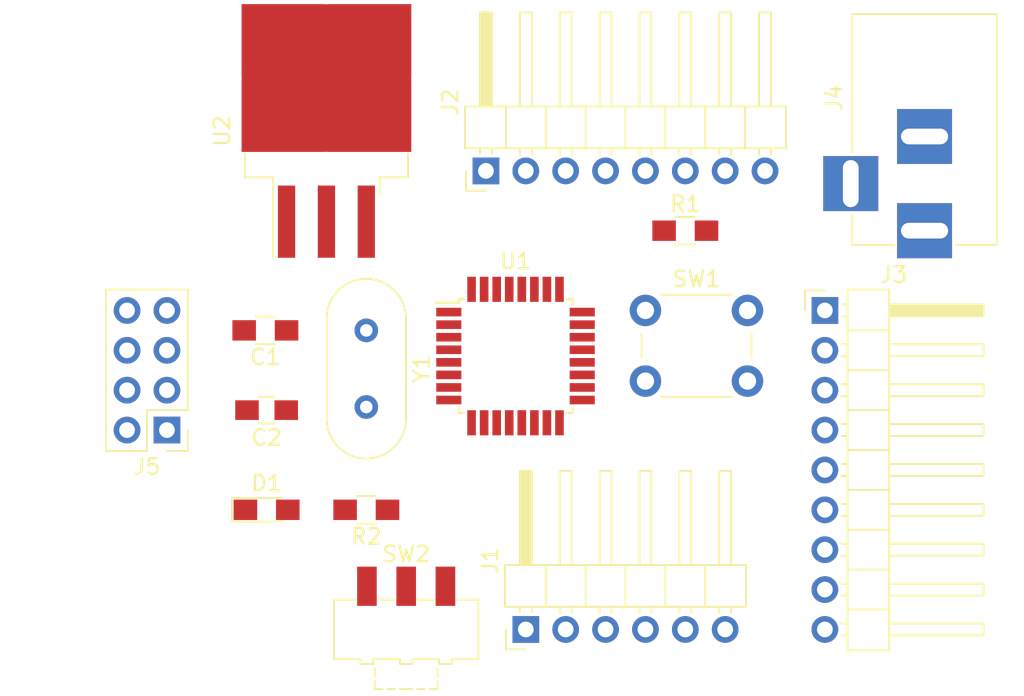
<source format=kicad_pcb>
(kicad_pcb (version 20171130) (host pcbnew "(5.0.2)-1")

  (general
    (thickness 1.6)
    (drawings 0)
    (tracks 0)
    (zones 0)
    (modules 15)
    (nets 33)
  )

  (page A4)
  (layers
    (0 F.Cu signal)
    (31 B.Cu signal)
    (32 B.Adhes user)
    (33 F.Adhes user)
    (34 B.Paste user)
    (35 F.Paste user)
    (36 B.SilkS user)
    (37 F.SilkS user)
    (38 B.Mask user)
    (39 F.Mask user)
    (40 Dwgs.User user)
    (41 Cmts.User user)
    (42 Eco1.User user)
    (43 Eco2.User user)
    (44 Edge.Cuts user)
    (45 Margin user)
    (46 B.CrtYd user)
    (47 F.CrtYd user)
    (48 B.Fab user)
    (49 F.Fab user)
  )

  (setup
    (last_trace_width 0.25)
    (trace_clearance 0.2)
    (zone_clearance 0.508)
    (zone_45_only no)
    (trace_min 0.2)
    (segment_width 0.2)
    (edge_width 0.1)
    (via_size 0.8)
    (via_drill 0.4)
    (via_min_size 0.4)
    (via_min_drill 0.3)
    (uvia_size 0.3)
    (uvia_drill 0.1)
    (uvias_allowed no)
    (uvia_min_size 0.2)
    (uvia_min_drill 0.1)
    (pcb_text_width 0.3)
    (pcb_text_size 1.5 1.5)
    (mod_edge_width 0.15)
    (mod_text_size 1 1)
    (mod_text_width 0.15)
    (pad_size 1.5 1.5)
    (pad_drill 0.6)
    (pad_to_mask_clearance 0)
    (solder_mask_min_width 0.25)
    (aux_axis_origin 0 0)
    (visible_elements 7FFFFFFF)
    (pcbplotparams
      (layerselection 0x010fc_ffffffff)
      (usegerberextensions false)
      (usegerberattributes false)
      (usegerberadvancedattributes false)
      (creategerberjobfile false)
      (excludeedgelayer true)
      (linewidth 0.100000)
      (plotframeref false)
      (viasonmask false)
      (mode 1)
      (useauxorigin false)
      (hpglpennumber 1)
      (hpglpenspeed 20)
      (hpglpendiameter 15.000000)
      (psnegative false)
      (psa4output false)
      (plotreference true)
      (plotvalue true)
      (plotinvisibletext false)
      (padsonsilk false)
      (subtractmaskfromsilk false)
      (outputformat 1)
      (mirror false)
      (drillshape 1)
      (scaleselection 1)
      (outputdirectory ""))
  )

  (net 0 "")
  (net 1 GND)
  (net 2 /xtal_1)
  (net 3 /xtal_2)
  (net 4 "Net-(D1-Pad2)")
  (net 5 /port_b_0)
  (net 6 /port_b_1)
  (net 7 /port_b_2)
  (net 8 /port_b_3)
  (net 9 /port_b_4)
  (net 10 /port_b_5)
  (net 11 /port_d_0)
  (net 12 /port_d_1)
  (net 13 /port_d_2)
  (net 14 /port_d_3)
  (net 15 /port_d_4)
  (net 16 /port_d_5)
  (net 17 /port_d_6)
  (net 18 /port_d_7)
  (net 19 /port_c_0)
  (net 20 /port_c_1)
  (net 21 /port_c_2)
  (net 22 /port_c_3)
  (net 23 /port_c_4)
  (net 24 /port_c_5)
  (net 25 /adc_6)
  (net 26 /adc_7)
  (net 27 /a_ref)
  (net 28 "Net-(J4-Pad1)")
  (net 29 /3v3)
  (net 30 /RST)
  (net 31 +5V)
  (net 32 "Net-(SW2-Pad3)")

  (net_class Default "This is the default net class."
    (clearance 0.2)
    (trace_width 0.25)
    (via_dia 0.8)
    (via_drill 0.4)
    (uvia_dia 0.3)
    (uvia_drill 0.1)
    (add_net +5V)
    (add_net /3v3)
    (add_net /RST)
    (add_net /a_ref)
    (add_net /adc_6)
    (add_net /adc_7)
    (add_net /port_b_0)
    (add_net /port_b_1)
    (add_net /port_b_2)
    (add_net /port_b_3)
    (add_net /port_b_4)
    (add_net /port_b_5)
    (add_net /port_c_0)
    (add_net /port_c_1)
    (add_net /port_c_2)
    (add_net /port_c_3)
    (add_net /port_c_4)
    (add_net /port_c_5)
    (add_net /port_d_0)
    (add_net /port_d_1)
    (add_net /port_d_2)
    (add_net /port_d_3)
    (add_net /port_d_4)
    (add_net /port_d_5)
    (add_net /port_d_6)
    (add_net /port_d_7)
    (add_net /xtal_1)
    (add_net /xtal_2)
    (add_net GND)
    (add_net "Net-(D1-Pad2)")
    (add_net "Net-(J4-Pad1)")
    (add_net "Net-(SW2-Pad3)")
  )

  (module Capacitors_SMD:C_0805_HandSoldering (layer F.Cu) (tedit 58AA84A8) (tstamp 5C5F5EAD)
    (at 153.67 101.6 180)
    (descr "Capacitor SMD 0805, hand soldering")
    (tags "capacitor 0805")
    (path /5C59AEC1)
    (attr smd)
    (fp_text reference C2 (at 0 -1.75 180) (layer F.SilkS)
      (effects (font (size 1 1) (thickness 0.15)))
    )
    (fp_text value C_Small (at 0 1.75 180) (layer F.Fab)
      (effects (font (size 1 1) (thickness 0.15)))
    )
    (fp_text user %R (at 0 -1.75 180) (layer F.Fab)
      (effects (font (size 1 1) (thickness 0.15)))
    )
    (fp_line (start -1 0.62) (end -1 -0.62) (layer F.Fab) (width 0.1))
    (fp_line (start 1 0.62) (end -1 0.62) (layer F.Fab) (width 0.1))
    (fp_line (start 1 -0.62) (end 1 0.62) (layer F.Fab) (width 0.1))
    (fp_line (start -1 -0.62) (end 1 -0.62) (layer F.Fab) (width 0.1))
    (fp_line (start 0.5 -0.85) (end -0.5 -0.85) (layer F.SilkS) (width 0.12))
    (fp_line (start -0.5 0.85) (end 0.5 0.85) (layer F.SilkS) (width 0.12))
    (fp_line (start -2.25 -0.88) (end 2.25 -0.88) (layer F.CrtYd) (width 0.05))
    (fp_line (start -2.25 -0.88) (end -2.25 0.87) (layer F.CrtYd) (width 0.05))
    (fp_line (start 2.25 0.87) (end 2.25 -0.88) (layer F.CrtYd) (width 0.05))
    (fp_line (start 2.25 0.87) (end -2.25 0.87) (layer F.CrtYd) (width 0.05))
    (pad 1 smd rect (at -1.25 0 180) (size 1.5 1.25) (layers F.Cu F.Paste F.Mask)
      (net 3 /xtal_2))
    (pad 2 smd rect (at 1.25 0 180) (size 1.5 1.25) (layers F.Cu F.Paste F.Mask)
      (net 1 GND))
    (model Capacitors_SMD.3dshapes/C_0805.wrl
      (at (xyz 0 0 0))
      (scale (xyz 1 1 1))
      (rotate (xyz 0 0 0))
    )
  )

  (module Resistors_SMD:R_0805_HandSoldering (layer F.Cu) (tedit 58E0A804) (tstamp 5C5F5E8F)
    (at 153.59 96.52 180)
    (descr "Resistor SMD 0805, hand soldering")
    (tags "resistor 0805")
    (path /5C59AE75)
    (attr smd)
    (fp_text reference C1 (at 0 -1.7 180) (layer F.SilkS)
      (effects (font (size 1 1) (thickness 0.15)))
    )
    (fp_text value C_Small (at 0 1.75 180) (layer F.Fab)
      (effects (font (size 1 1) (thickness 0.15)))
    )
    (fp_line (start 2.35 0.9) (end -2.35 0.9) (layer F.CrtYd) (width 0.05))
    (fp_line (start 2.35 0.9) (end 2.35 -0.9) (layer F.CrtYd) (width 0.05))
    (fp_line (start -2.35 -0.9) (end -2.35 0.9) (layer F.CrtYd) (width 0.05))
    (fp_line (start -2.35 -0.9) (end 2.35 -0.9) (layer F.CrtYd) (width 0.05))
    (fp_line (start -0.6 -0.88) (end 0.6 -0.88) (layer F.SilkS) (width 0.12))
    (fp_line (start 0.6 0.88) (end -0.6 0.88) (layer F.SilkS) (width 0.12))
    (fp_line (start -1 -0.62) (end 1 -0.62) (layer F.Fab) (width 0.1))
    (fp_line (start 1 -0.62) (end 1 0.62) (layer F.Fab) (width 0.1))
    (fp_line (start 1 0.62) (end -1 0.62) (layer F.Fab) (width 0.1))
    (fp_line (start -1 0.62) (end -1 -0.62) (layer F.Fab) (width 0.1))
    (fp_text user %R (at 0 0 180) (layer F.Fab)
      (effects (font (size 0.5 0.5) (thickness 0.075)))
    )
    (pad 2 smd rect (at 1.35 0 180) (size 1.5 1.3) (layers F.Cu F.Paste F.Mask)
      (net 1 GND))
    (pad 1 smd rect (at -1.35 0 180) (size 1.5 1.3) (layers F.Cu F.Paste F.Mask)
      (net 2 /xtal_1))
    (model ${KISYS3DMOD}/Resistors_SMD.3dshapes/R_0805.wrl
      (at (xyz 0 0 0))
      (scale (xyz 1 1 1))
      (rotate (xyz 0 0 0))
    )
  )

  (module LEDs:LED_0805_HandSoldering (layer F.Cu) (tedit 595FCA25) (tstamp 5C5F5EC2)
    (at 153.67 107.95)
    (descr "Resistor SMD 0805, hand soldering")
    (tags "resistor 0805")
    (path /5C5C65FA)
    (attr smd)
    (fp_text reference D1 (at 0 -1.7) (layer F.SilkS)
      (effects (font (size 1 1) (thickness 0.15)))
    )
    (fp_text value LED (at 0 1.75) (layer F.Fab)
      (effects (font (size 1 1) (thickness 0.15)))
    )
    (fp_line (start -2.2 -0.75) (end -2.2 0.75) (layer F.SilkS) (width 0.12))
    (fp_line (start 2.35 0.9) (end -2.35 0.9) (layer F.CrtYd) (width 0.05))
    (fp_line (start 2.35 0.9) (end 2.35 -0.9) (layer F.CrtYd) (width 0.05))
    (fp_line (start -2.35 -0.9) (end -2.35 0.9) (layer F.CrtYd) (width 0.05))
    (fp_line (start -2.35 -0.9) (end 2.35 -0.9) (layer F.CrtYd) (width 0.05))
    (fp_line (start -2.2 -0.75) (end 1 -0.75) (layer F.SilkS) (width 0.12))
    (fp_line (start 1 0.75) (end -2.2 0.75) (layer F.SilkS) (width 0.12))
    (fp_line (start -1 -0.62) (end 1 -0.62) (layer F.Fab) (width 0.1))
    (fp_line (start 1 -0.62) (end 1 0.62) (layer F.Fab) (width 0.1))
    (fp_line (start 1 0.62) (end -1 0.62) (layer F.Fab) (width 0.1))
    (fp_line (start -1 0.62) (end -1 -0.62) (layer F.Fab) (width 0.1))
    (fp_line (start 0.2 -0.4) (end 0.2 0.4) (layer F.Fab) (width 0.1))
    (fp_line (start 0.2 0.4) (end -0.4 0) (layer F.Fab) (width 0.1))
    (fp_line (start -0.4 0) (end 0.2 -0.4) (layer F.Fab) (width 0.1))
    (fp_line (start -0.4 -0.4) (end -0.4 0.4) (layer F.Fab) (width 0.1))
    (pad 2 smd rect (at 1.35 0) (size 1.5 1.3) (layers F.Cu F.Paste F.Mask)
      (net 4 "Net-(D1-Pad2)"))
    (pad 1 smd rect (at -1.35 0) (size 1.5 1.3) (layers F.Cu F.Paste F.Mask)
      (net 1 GND))
    (model ${KISYS3DMOD}/LEDs.3dshapes/LED_0805.wrl
      (at (xyz 0 0 0))
      (scale (xyz 1 1 1))
      (rotate (xyz 0 0 0))
    )
  )

  (module Pin_Headers:Pin_Header_Angled_1x06_Pitch2.54mm (layer F.Cu) (tedit 59650532) (tstamp 5C5F5F29)
    (at 170.18 115.57 90)
    (descr "Through hole angled pin header, 1x06, 2.54mm pitch, 6mm pin length, single row")
    (tags "Through hole angled pin header THT 1x06 2.54mm single row")
    (path /5C5A2CFA)
    (fp_text reference J1 (at 4.385 -2.27 90) (layer F.SilkS)
      (effects (font (size 1 1) (thickness 0.15)))
    )
    (fp_text value Conn_01x06_B (at 4.385 14.97 90) (layer F.Fab)
      (effects (font (size 1 1) (thickness 0.15)))
    )
    (fp_line (start 2.135 -1.27) (end 4.04 -1.27) (layer F.Fab) (width 0.1))
    (fp_line (start 4.04 -1.27) (end 4.04 13.97) (layer F.Fab) (width 0.1))
    (fp_line (start 4.04 13.97) (end 1.5 13.97) (layer F.Fab) (width 0.1))
    (fp_line (start 1.5 13.97) (end 1.5 -0.635) (layer F.Fab) (width 0.1))
    (fp_line (start 1.5 -0.635) (end 2.135 -1.27) (layer F.Fab) (width 0.1))
    (fp_line (start -0.32 -0.32) (end 1.5 -0.32) (layer F.Fab) (width 0.1))
    (fp_line (start -0.32 -0.32) (end -0.32 0.32) (layer F.Fab) (width 0.1))
    (fp_line (start -0.32 0.32) (end 1.5 0.32) (layer F.Fab) (width 0.1))
    (fp_line (start 4.04 -0.32) (end 10.04 -0.32) (layer F.Fab) (width 0.1))
    (fp_line (start 10.04 -0.32) (end 10.04 0.32) (layer F.Fab) (width 0.1))
    (fp_line (start 4.04 0.32) (end 10.04 0.32) (layer F.Fab) (width 0.1))
    (fp_line (start -0.32 2.22) (end 1.5 2.22) (layer F.Fab) (width 0.1))
    (fp_line (start -0.32 2.22) (end -0.32 2.86) (layer F.Fab) (width 0.1))
    (fp_line (start -0.32 2.86) (end 1.5 2.86) (layer F.Fab) (width 0.1))
    (fp_line (start 4.04 2.22) (end 10.04 2.22) (layer F.Fab) (width 0.1))
    (fp_line (start 10.04 2.22) (end 10.04 2.86) (layer F.Fab) (width 0.1))
    (fp_line (start 4.04 2.86) (end 10.04 2.86) (layer F.Fab) (width 0.1))
    (fp_line (start -0.32 4.76) (end 1.5 4.76) (layer F.Fab) (width 0.1))
    (fp_line (start -0.32 4.76) (end -0.32 5.4) (layer F.Fab) (width 0.1))
    (fp_line (start -0.32 5.4) (end 1.5 5.4) (layer F.Fab) (width 0.1))
    (fp_line (start 4.04 4.76) (end 10.04 4.76) (layer F.Fab) (width 0.1))
    (fp_line (start 10.04 4.76) (end 10.04 5.4) (layer F.Fab) (width 0.1))
    (fp_line (start 4.04 5.4) (end 10.04 5.4) (layer F.Fab) (width 0.1))
    (fp_line (start -0.32 7.3) (end 1.5 7.3) (layer F.Fab) (width 0.1))
    (fp_line (start -0.32 7.3) (end -0.32 7.94) (layer F.Fab) (width 0.1))
    (fp_line (start -0.32 7.94) (end 1.5 7.94) (layer F.Fab) (width 0.1))
    (fp_line (start 4.04 7.3) (end 10.04 7.3) (layer F.Fab) (width 0.1))
    (fp_line (start 10.04 7.3) (end 10.04 7.94) (layer F.Fab) (width 0.1))
    (fp_line (start 4.04 7.94) (end 10.04 7.94) (layer F.Fab) (width 0.1))
    (fp_line (start -0.32 9.84) (end 1.5 9.84) (layer F.Fab) (width 0.1))
    (fp_line (start -0.32 9.84) (end -0.32 10.48) (layer F.Fab) (width 0.1))
    (fp_line (start -0.32 10.48) (end 1.5 10.48) (layer F.Fab) (width 0.1))
    (fp_line (start 4.04 9.84) (end 10.04 9.84) (layer F.Fab) (width 0.1))
    (fp_line (start 10.04 9.84) (end 10.04 10.48) (layer F.Fab) (width 0.1))
    (fp_line (start 4.04 10.48) (end 10.04 10.48) (layer F.Fab) (width 0.1))
    (fp_line (start -0.32 12.38) (end 1.5 12.38) (layer F.Fab) (width 0.1))
    (fp_line (start -0.32 12.38) (end -0.32 13.02) (layer F.Fab) (width 0.1))
    (fp_line (start -0.32 13.02) (end 1.5 13.02) (layer F.Fab) (width 0.1))
    (fp_line (start 4.04 12.38) (end 10.04 12.38) (layer F.Fab) (width 0.1))
    (fp_line (start 10.04 12.38) (end 10.04 13.02) (layer F.Fab) (width 0.1))
    (fp_line (start 4.04 13.02) (end 10.04 13.02) (layer F.Fab) (width 0.1))
    (fp_line (start 1.44 -1.33) (end 1.44 14.03) (layer F.SilkS) (width 0.12))
    (fp_line (start 1.44 14.03) (end 4.1 14.03) (layer F.SilkS) (width 0.12))
    (fp_line (start 4.1 14.03) (end 4.1 -1.33) (layer F.SilkS) (width 0.12))
    (fp_line (start 4.1 -1.33) (end 1.44 -1.33) (layer F.SilkS) (width 0.12))
    (fp_line (start 4.1 -0.38) (end 10.1 -0.38) (layer F.SilkS) (width 0.12))
    (fp_line (start 10.1 -0.38) (end 10.1 0.38) (layer F.SilkS) (width 0.12))
    (fp_line (start 10.1 0.38) (end 4.1 0.38) (layer F.SilkS) (width 0.12))
    (fp_line (start 4.1 -0.32) (end 10.1 -0.32) (layer F.SilkS) (width 0.12))
    (fp_line (start 4.1 -0.2) (end 10.1 -0.2) (layer F.SilkS) (width 0.12))
    (fp_line (start 4.1 -0.08) (end 10.1 -0.08) (layer F.SilkS) (width 0.12))
    (fp_line (start 4.1 0.04) (end 10.1 0.04) (layer F.SilkS) (width 0.12))
    (fp_line (start 4.1 0.16) (end 10.1 0.16) (layer F.SilkS) (width 0.12))
    (fp_line (start 4.1 0.28) (end 10.1 0.28) (layer F.SilkS) (width 0.12))
    (fp_line (start 1.11 -0.38) (end 1.44 -0.38) (layer F.SilkS) (width 0.12))
    (fp_line (start 1.11 0.38) (end 1.44 0.38) (layer F.SilkS) (width 0.12))
    (fp_line (start 1.44 1.27) (end 4.1 1.27) (layer F.SilkS) (width 0.12))
    (fp_line (start 4.1 2.16) (end 10.1 2.16) (layer F.SilkS) (width 0.12))
    (fp_line (start 10.1 2.16) (end 10.1 2.92) (layer F.SilkS) (width 0.12))
    (fp_line (start 10.1 2.92) (end 4.1 2.92) (layer F.SilkS) (width 0.12))
    (fp_line (start 1.042929 2.16) (end 1.44 2.16) (layer F.SilkS) (width 0.12))
    (fp_line (start 1.042929 2.92) (end 1.44 2.92) (layer F.SilkS) (width 0.12))
    (fp_line (start 1.44 3.81) (end 4.1 3.81) (layer F.SilkS) (width 0.12))
    (fp_line (start 4.1 4.7) (end 10.1 4.7) (layer F.SilkS) (width 0.12))
    (fp_line (start 10.1 4.7) (end 10.1 5.46) (layer F.SilkS) (width 0.12))
    (fp_line (start 10.1 5.46) (end 4.1 5.46) (layer F.SilkS) (width 0.12))
    (fp_line (start 1.042929 4.7) (end 1.44 4.7) (layer F.SilkS) (width 0.12))
    (fp_line (start 1.042929 5.46) (end 1.44 5.46) (layer F.SilkS) (width 0.12))
    (fp_line (start 1.44 6.35) (end 4.1 6.35) (layer F.SilkS) (width 0.12))
    (fp_line (start 4.1 7.24) (end 10.1 7.24) (layer F.SilkS) (width 0.12))
    (fp_line (start 10.1 7.24) (end 10.1 8) (layer F.SilkS) (width 0.12))
    (fp_line (start 10.1 8) (end 4.1 8) (layer F.SilkS) (width 0.12))
    (fp_line (start 1.042929 7.24) (end 1.44 7.24) (layer F.SilkS) (width 0.12))
    (fp_line (start 1.042929 8) (end 1.44 8) (layer F.SilkS) (width 0.12))
    (fp_line (start 1.44 8.89) (end 4.1 8.89) (layer F.SilkS) (width 0.12))
    (fp_line (start 4.1 9.78) (end 10.1 9.78) (layer F.SilkS) (width 0.12))
    (fp_line (start 10.1 9.78) (end 10.1 10.54) (layer F.SilkS) (width 0.12))
    (fp_line (start 10.1 10.54) (end 4.1 10.54) (layer F.SilkS) (width 0.12))
    (fp_line (start 1.042929 9.78) (end 1.44 9.78) (layer F.SilkS) (width 0.12))
    (fp_line (start 1.042929 10.54) (end 1.44 10.54) (layer F.SilkS) (width 0.12))
    (fp_line (start 1.44 11.43) (end 4.1 11.43) (layer F.SilkS) (width 0.12))
    (fp_line (start 4.1 12.32) (end 10.1 12.32) (layer F.SilkS) (width 0.12))
    (fp_line (start 10.1 12.32) (end 10.1 13.08) (layer F.SilkS) (width 0.12))
    (fp_line (start 10.1 13.08) (end 4.1 13.08) (layer F.SilkS) (width 0.12))
    (fp_line (start 1.042929 12.32) (end 1.44 12.32) (layer F.SilkS) (width 0.12))
    (fp_line (start 1.042929 13.08) (end 1.44 13.08) (layer F.SilkS) (width 0.12))
    (fp_line (start -1.27 0) (end -1.27 -1.27) (layer F.SilkS) (width 0.12))
    (fp_line (start -1.27 -1.27) (end 0 -1.27) (layer F.SilkS) (width 0.12))
    (fp_line (start -1.8 -1.8) (end -1.8 14.5) (layer F.CrtYd) (width 0.05))
    (fp_line (start -1.8 14.5) (end 10.55 14.5) (layer F.CrtYd) (width 0.05))
    (fp_line (start 10.55 14.5) (end 10.55 -1.8) (layer F.CrtYd) (width 0.05))
    (fp_line (start 10.55 -1.8) (end -1.8 -1.8) (layer F.CrtYd) (width 0.05))
    (fp_text user %R (at 2.77 6.35 -180) (layer F.Fab)
      (effects (font (size 1 1) (thickness 0.15)))
    )
    (pad 1 thru_hole rect (at 0 0 90) (size 1.7 1.7) (drill 1) (layers *.Cu *.Mask)
      (net 5 /port_b_0))
    (pad 2 thru_hole oval (at 0 2.54 90) (size 1.7 1.7) (drill 1) (layers *.Cu *.Mask)
      (net 6 /port_b_1))
    (pad 3 thru_hole oval (at 0 5.08 90) (size 1.7 1.7) (drill 1) (layers *.Cu *.Mask)
      (net 7 /port_b_2))
    (pad 4 thru_hole oval (at 0 7.62 90) (size 1.7 1.7) (drill 1) (layers *.Cu *.Mask)
      (net 8 /port_b_3))
    (pad 5 thru_hole oval (at 0 10.16 90) (size 1.7 1.7) (drill 1) (layers *.Cu *.Mask)
      (net 9 /port_b_4))
    (pad 6 thru_hole oval (at 0 12.7 90) (size 1.7 1.7) (drill 1) (layers *.Cu *.Mask)
      (net 10 /port_b_5))
    (model ${KISYS3DMOD}/Pin_Headers.3dshapes/Pin_Header_Angled_1x06_Pitch2.54mm.wrl
      (at (xyz 0 0 0))
      (scale (xyz 1 1 1))
      (rotate (xyz 0 0 0))
    )
  )

  (module Pin_Headers:Pin_Header_Angled_1x08_Pitch2.54mm (layer F.Cu) (tedit 59650532) (tstamp 5C5F5FAA)
    (at 167.64 86.36 90)
    (descr "Through hole angled pin header, 1x08, 2.54mm pitch, 6mm pin length, single row")
    (tags "Through hole angled pin header THT 1x08 2.54mm single row")
    (path /5C59B4D7)
    (fp_text reference J2 (at 4.385 -2.27 90) (layer F.SilkS)
      (effects (font (size 1 1) (thickness 0.15)))
    )
    (fp_text value Conn_01x08_D (at 4.385 20.05 90) (layer F.Fab)
      (effects (font (size 1 1) (thickness 0.15)))
    )
    (fp_line (start 2.135 -1.27) (end 4.04 -1.27) (layer F.Fab) (width 0.1))
    (fp_line (start 4.04 -1.27) (end 4.04 19.05) (layer F.Fab) (width 0.1))
    (fp_line (start 4.04 19.05) (end 1.5 19.05) (layer F.Fab) (width 0.1))
    (fp_line (start 1.5 19.05) (end 1.5 -0.635) (layer F.Fab) (width 0.1))
    (fp_line (start 1.5 -0.635) (end 2.135 -1.27) (layer F.Fab) (width 0.1))
    (fp_line (start -0.32 -0.32) (end 1.5 -0.32) (layer F.Fab) (width 0.1))
    (fp_line (start -0.32 -0.32) (end -0.32 0.32) (layer F.Fab) (width 0.1))
    (fp_line (start -0.32 0.32) (end 1.5 0.32) (layer F.Fab) (width 0.1))
    (fp_line (start 4.04 -0.32) (end 10.04 -0.32) (layer F.Fab) (width 0.1))
    (fp_line (start 10.04 -0.32) (end 10.04 0.32) (layer F.Fab) (width 0.1))
    (fp_line (start 4.04 0.32) (end 10.04 0.32) (layer F.Fab) (width 0.1))
    (fp_line (start -0.32 2.22) (end 1.5 2.22) (layer F.Fab) (width 0.1))
    (fp_line (start -0.32 2.22) (end -0.32 2.86) (layer F.Fab) (width 0.1))
    (fp_line (start -0.32 2.86) (end 1.5 2.86) (layer F.Fab) (width 0.1))
    (fp_line (start 4.04 2.22) (end 10.04 2.22) (layer F.Fab) (width 0.1))
    (fp_line (start 10.04 2.22) (end 10.04 2.86) (layer F.Fab) (width 0.1))
    (fp_line (start 4.04 2.86) (end 10.04 2.86) (layer F.Fab) (width 0.1))
    (fp_line (start -0.32 4.76) (end 1.5 4.76) (layer F.Fab) (width 0.1))
    (fp_line (start -0.32 4.76) (end -0.32 5.4) (layer F.Fab) (width 0.1))
    (fp_line (start -0.32 5.4) (end 1.5 5.4) (layer F.Fab) (width 0.1))
    (fp_line (start 4.04 4.76) (end 10.04 4.76) (layer F.Fab) (width 0.1))
    (fp_line (start 10.04 4.76) (end 10.04 5.4) (layer F.Fab) (width 0.1))
    (fp_line (start 4.04 5.4) (end 10.04 5.4) (layer F.Fab) (width 0.1))
    (fp_line (start -0.32 7.3) (end 1.5 7.3) (layer F.Fab) (width 0.1))
    (fp_line (start -0.32 7.3) (end -0.32 7.94) (layer F.Fab) (width 0.1))
    (fp_line (start -0.32 7.94) (end 1.5 7.94) (layer F.Fab) (width 0.1))
    (fp_line (start 4.04 7.3) (end 10.04 7.3) (layer F.Fab) (width 0.1))
    (fp_line (start 10.04 7.3) (end 10.04 7.94) (layer F.Fab) (width 0.1))
    (fp_line (start 4.04 7.94) (end 10.04 7.94) (layer F.Fab) (width 0.1))
    (fp_line (start -0.32 9.84) (end 1.5 9.84) (layer F.Fab) (width 0.1))
    (fp_line (start -0.32 9.84) (end -0.32 10.48) (layer F.Fab) (width 0.1))
    (fp_line (start -0.32 10.48) (end 1.5 10.48) (layer F.Fab) (width 0.1))
    (fp_line (start 4.04 9.84) (end 10.04 9.84) (layer F.Fab) (width 0.1))
    (fp_line (start 10.04 9.84) (end 10.04 10.48) (layer F.Fab) (width 0.1))
    (fp_line (start 4.04 10.48) (end 10.04 10.48) (layer F.Fab) (width 0.1))
    (fp_line (start -0.32 12.38) (end 1.5 12.38) (layer F.Fab) (width 0.1))
    (fp_line (start -0.32 12.38) (end -0.32 13.02) (layer F.Fab) (width 0.1))
    (fp_line (start -0.32 13.02) (end 1.5 13.02) (layer F.Fab) (width 0.1))
    (fp_line (start 4.04 12.38) (end 10.04 12.38) (layer F.Fab) (width 0.1))
    (fp_line (start 10.04 12.38) (end 10.04 13.02) (layer F.Fab) (width 0.1))
    (fp_line (start 4.04 13.02) (end 10.04 13.02) (layer F.Fab) (width 0.1))
    (fp_line (start -0.32 14.92) (end 1.5 14.92) (layer F.Fab) (width 0.1))
    (fp_line (start -0.32 14.92) (end -0.32 15.56) (layer F.Fab) (width 0.1))
    (fp_line (start -0.32 15.56) (end 1.5 15.56) (layer F.Fab) (width 0.1))
    (fp_line (start 4.04 14.92) (end 10.04 14.92) (layer F.Fab) (width 0.1))
    (fp_line (start 10.04 14.92) (end 10.04 15.56) (layer F.Fab) (width 0.1))
    (fp_line (start 4.04 15.56) (end 10.04 15.56) (layer F.Fab) (width 0.1))
    (fp_line (start -0.32 17.46) (end 1.5 17.46) (layer F.Fab) (width 0.1))
    (fp_line (start -0.32 17.46) (end -0.32 18.1) (layer F.Fab) (width 0.1))
    (fp_line (start -0.32 18.1) (end 1.5 18.1) (layer F.Fab) (width 0.1))
    (fp_line (start 4.04 17.46) (end 10.04 17.46) (layer F.Fab) (width 0.1))
    (fp_line (start 10.04 17.46) (end 10.04 18.1) (layer F.Fab) (width 0.1))
    (fp_line (start 4.04 18.1) (end 10.04 18.1) (layer F.Fab) (width 0.1))
    (fp_line (start 1.44 -1.33) (end 1.44 19.11) (layer F.SilkS) (width 0.12))
    (fp_line (start 1.44 19.11) (end 4.1 19.11) (layer F.SilkS) (width 0.12))
    (fp_line (start 4.1 19.11) (end 4.1 -1.33) (layer F.SilkS) (width 0.12))
    (fp_line (start 4.1 -1.33) (end 1.44 -1.33) (layer F.SilkS) (width 0.12))
    (fp_line (start 4.1 -0.38) (end 10.1 -0.38) (layer F.SilkS) (width 0.12))
    (fp_line (start 10.1 -0.38) (end 10.1 0.38) (layer F.SilkS) (width 0.12))
    (fp_line (start 10.1 0.38) (end 4.1 0.38) (layer F.SilkS) (width 0.12))
    (fp_line (start 4.1 -0.32) (end 10.1 -0.32) (layer F.SilkS) (width 0.12))
    (fp_line (start 4.1 -0.2) (end 10.1 -0.2) (layer F.SilkS) (width 0.12))
    (fp_line (start 4.1 -0.08) (end 10.1 -0.08) (layer F.SilkS) (width 0.12))
    (fp_line (start 4.1 0.04) (end 10.1 0.04) (layer F.SilkS) (width 0.12))
    (fp_line (start 4.1 0.16) (end 10.1 0.16) (layer F.SilkS) (width 0.12))
    (fp_line (start 4.1 0.28) (end 10.1 0.28) (layer F.SilkS) (width 0.12))
    (fp_line (start 1.11 -0.38) (end 1.44 -0.38) (layer F.SilkS) (width 0.12))
    (fp_line (start 1.11 0.38) (end 1.44 0.38) (layer F.SilkS) (width 0.12))
    (fp_line (start 1.44 1.27) (end 4.1 1.27) (layer F.SilkS) (width 0.12))
    (fp_line (start 4.1 2.16) (end 10.1 2.16) (layer F.SilkS) (width 0.12))
    (fp_line (start 10.1 2.16) (end 10.1 2.92) (layer F.SilkS) (width 0.12))
    (fp_line (start 10.1 2.92) (end 4.1 2.92) (layer F.SilkS) (width 0.12))
    (fp_line (start 1.042929 2.16) (end 1.44 2.16) (layer F.SilkS) (width 0.12))
    (fp_line (start 1.042929 2.92) (end 1.44 2.92) (layer F.SilkS) (width 0.12))
    (fp_line (start 1.44 3.81) (end 4.1 3.81) (layer F.SilkS) (width 0.12))
    (fp_line (start 4.1 4.7) (end 10.1 4.7) (layer F.SilkS) (width 0.12))
    (fp_line (start 10.1 4.7) (end 10.1 5.46) (layer F.SilkS) (width 0.12))
    (fp_line (start 10.1 5.46) (end 4.1 5.46) (layer F.SilkS) (width 0.12))
    (fp_line (start 1.042929 4.7) (end 1.44 4.7) (layer F.SilkS) (width 0.12))
    (fp_line (start 1.042929 5.46) (end 1.44 5.46) (layer F.SilkS) (width 0.12))
    (fp_line (start 1.44 6.35) (end 4.1 6.35) (layer F.SilkS) (width 0.12))
    (fp_line (start 4.1 7.24) (end 10.1 7.24) (layer F.SilkS) (width 0.12))
    (fp_line (start 10.1 7.24) (end 10.1 8) (layer F.SilkS) (width 0.12))
    (fp_line (start 10.1 8) (end 4.1 8) (layer F.SilkS) (width 0.12))
    (fp_line (start 1.042929 7.24) (end 1.44 7.24) (layer F.SilkS) (width 0.12))
    (fp_line (start 1.042929 8) (end 1.44 8) (layer F.SilkS) (width 0.12))
    (fp_line (start 1.44 8.89) (end 4.1 8.89) (layer F.SilkS) (width 0.12))
    (fp_line (start 4.1 9.78) (end 10.1 9.78) (layer F.SilkS) (width 0.12))
    (fp_line (start 10.1 9.78) (end 10.1 10.54) (layer F.SilkS) (width 0.12))
    (fp_line (start 10.1 10.54) (end 4.1 10.54) (layer F.SilkS) (width 0.12))
    (fp_line (start 1.042929 9.78) (end 1.44 9.78) (layer F.SilkS) (width 0.12))
    (fp_line (start 1.042929 10.54) (end 1.44 10.54) (layer F.SilkS) (width 0.12))
    (fp_line (start 1.44 11.43) (end 4.1 11.43) (layer F.SilkS) (width 0.12))
    (fp_line (start 4.1 12.32) (end 10.1 12.32) (layer F.SilkS) (width 0.12))
    (fp_line (start 10.1 12.32) (end 10.1 13.08) (layer F.SilkS) (width 0.12))
    (fp_line (start 10.1 13.08) (end 4.1 13.08) (layer F.SilkS) (width 0.12))
    (fp_line (start 1.042929 12.32) (end 1.44 12.32) (layer F.SilkS) (width 0.12))
    (fp_line (start 1.042929 13.08) (end 1.44 13.08) (layer F.SilkS) (width 0.12))
    (fp_line (start 1.44 13.97) (end 4.1 13.97) (layer F.SilkS) (width 0.12))
    (fp_line (start 4.1 14.86) (end 10.1 14.86) (layer F.SilkS) (width 0.12))
    (fp_line (start 10.1 14.86) (end 10.1 15.62) (layer F.SilkS) (width 0.12))
    (fp_line (start 10.1 15.62) (end 4.1 15.62) (layer F.SilkS) (width 0.12))
    (fp_line (start 1.042929 14.86) (end 1.44 14.86) (layer F.SilkS) (width 0.12))
    (fp_line (start 1.042929 15.62) (end 1.44 15.62) (layer F.SilkS) (width 0.12))
    (fp_line (start 1.44 16.51) (end 4.1 16.51) (layer F.SilkS) (width 0.12))
    (fp_line (start 4.1 17.4) (end 10.1 17.4) (layer F.SilkS) (width 0.12))
    (fp_line (start 10.1 17.4) (end 10.1 18.16) (layer F.SilkS) (width 0.12))
    (fp_line (start 10.1 18.16) (end 4.1 18.16) (layer F.SilkS) (width 0.12))
    (fp_line (start 1.042929 17.4) (end 1.44 17.4) (layer F.SilkS) (width 0.12))
    (fp_line (start 1.042929 18.16) (end 1.44 18.16) (layer F.SilkS) (width 0.12))
    (fp_line (start -1.27 0) (end -1.27 -1.27) (layer F.SilkS) (width 0.12))
    (fp_line (start -1.27 -1.27) (end 0 -1.27) (layer F.SilkS) (width 0.12))
    (fp_line (start -1.8 -1.8) (end -1.8 19.55) (layer F.CrtYd) (width 0.05))
    (fp_line (start -1.8 19.55) (end 10.55 19.55) (layer F.CrtYd) (width 0.05))
    (fp_line (start 10.55 19.55) (end 10.55 -1.8) (layer F.CrtYd) (width 0.05))
    (fp_line (start 10.55 -1.8) (end -1.8 -1.8) (layer F.CrtYd) (width 0.05))
    (fp_text user %R (at 2.77 8.89 180) (layer F.Fab)
      (effects (font (size 1 1) (thickness 0.15)))
    )
    (pad 1 thru_hole rect (at 0 0 90) (size 1.7 1.7) (drill 1) (layers *.Cu *.Mask)
      (net 11 /port_d_0))
    (pad 2 thru_hole oval (at 0 2.54 90) (size 1.7 1.7) (drill 1) (layers *.Cu *.Mask)
      (net 12 /port_d_1))
    (pad 3 thru_hole oval (at 0 5.08 90) (size 1.7 1.7) (drill 1) (layers *.Cu *.Mask)
      (net 13 /port_d_2))
    (pad 4 thru_hole oval (at 0 7.62 90) (size 1.7 1.7) (drill 1) (layers *.Cu *.Mask)
      (net 14 /port_d_3))
    (pad 5 thru_hole oval (at 0 10.16 90) (size 1.7 1.7) (drill 1) (layers *.Cu *.Mask)
      (net 15 /port_d_4))
    (pad 6 thru_hole oval (at 0 12.7 90) (size 1.7 1.7) (drill 1) (layers *.Cu *.Mask)
      (net 16 /port_d_5))
    (pad 7 thru_hole oval (at 0 15.24 90) (size 1.7 1.7) (drill 1) (layers *.Cu *.Mask)
      (net 17 /port_d_6))
    (pad 8 thru_hole oval (at 0 17.78 90) (size 1.7 1.7) (drill 1) (layers *.Cu *.Mask)
      (net 18 /port_d_7))
    (model ${KISYS3DMOD}/Pin_Headers.3dshapes/Pin_Header_Angled_1x08_Pitch2.54mm.wrl
      (at (xyz 0 0 0))
      (scale (xyz 1 1 1))
      (rotate (xyz 0 0 0))
    )
  )

  (module Pin_Headers:Pin_Header_Angled_1x09_Pitch2.54mm (layer F.Cu) (tedit 59650532) (tstamp 5C5F6038)
    (at 189.23 95.25)
    (descr "Through hole angled pin header, 1x09, 2.54mm pitch, 6mm pin length, single row")
    (tags "Through hole angled pin header THT 1x09 2.54mm single row")
    (path /5C5D0BD1)
    (fp_text reference J3 (at 4.385 -2.27) (layer F.SilkS)
      (effects (font (size 1 1) (thickness 0.15)))
    )
    (fp_text value Conn_01x09 (at 4.385 22.59) (layer F.Fab)
      (effects (font (size 1 1) (thickness 0.15)))
    )
    (fp_line (start 2.135 -1.27) (end 4.04 -1.27) (layer F.Fab) (width 0.1))
    (fp_line (start 4.04 -1.27) (end 4.04 21.59) (layer F.Fab) (width 0.1))
    (fp_line (start 4.04 21.59) (end 1.5 21.59) (layer F.Fab) (width 0.1))
    (fp_line (start 1.5 21.59) (end 1.5 -0.635) (layer F.Fab) (width 0.1))
    (fp_line (start 1.5 -0.635) (end 2.135 -1.27) (layer F.Fab) (width 0.1))
    (fp_line (start -0.32 -0.32) (end 1.5 -0.32) (layer F.Fab) (width 0.1))
    (fp_line (start -0.32 -0.32) (end -0.32 0.32) (layer F.Fab) (width 0.1))
    (fp_line (start -0.32 0.32) (end 1.5 0.32) (layer F.Fab) (width 0.1))
    (fp_line (start 4.04 -0.32) (end 10.04 -0.32) (layer F.Fab) (width 0.1))
    (fp_line (start 10.04 -0.32) (end 10.04 0.32) (layer F.Fab) (width 0.1))
    (fp_line (start 4.04 0.32) (end 10.04 0.32) (layer F.Fab) (width 0.1))
    (fp_line (start -0.32 2.22) (end 1.5 2.22) (layer F.Fab) (width 0.1))
    (fp_line (start -0.32 2.22) (end -0.32 2.86) (layer F.Fab) (width 0.1))
    (fp_line (start -0.32 2.86) (end 1.5 2.86) (layer F.Fab) (width 0.1))
    (fp_line (start 4.04 2.22) (end 10.04 2.22) (layer F.Fab) (width 0.1))
    (fp_line (start 10.04 2.22) (end 10.04 2.86) (layer F.Fab) (width 0.1))
    (fp_line (start 4.04 2.86) (end 10.04 2.86) (layer F.Fab) (width 0.1))
    (fp_line (start -0.32 4.76) (end 1.5 4.76) (layer F.Fab) (width 0.1))
    (fp_line (start -0.32 4.76) (end -0.32 5.4) (layer F.Fab) (width 0.1))
    (fp_line (start -0.32 5.4) (end 1.5 5.4) (layer F.Fab) (width 0.1))
    (fp_line (start 4.04 4.76) (end 10.04 4.76) (layer F.Fab) (width 0.1))
    (fp_line (start 10.04 4.76) (end 10.04 5.4) (layer F.Fab) (width 0.1))
    (fp_line (start 4.04 5.4) (end 10.04 5.4) (layer F.Fab) (width 0.1))
    (fp_line (start -0.32 7.3) (end 1.5 7.3) (layer F.Fab) (width 0.1))
    (fp_line (start -0.32 7.3) (end -0.32 7.94) (layer F.Fab) (width 0.1))
    (fp_line (start -0.32 7.94) (end 1.5 7.94) (layer F.Fab) (width 0.1))
    (fp_line (start 4.04 7.3) (end 10.04 7.3) (layer F.Fab) (width 0.1))
    (fp_line (start 10.04 7.3) (end 10.04 7.94) (layer F.Fab) (width 0.1))
    (fp_line (start 4.04 7.94) (end 10.04 7.94) (layer F.Fab) (width 0.1))
    (fp_line (start -0.32 9.84) (end 1.5 9.84) (layer F.Fab) (width 0.1))
    (fp_line (start -0.32 9.84) (end -0.32 10.48) (layer F.Fab) (width 0.1))
    (fp_line (start -0.32 10.48) (end 1.5 10.48) (layer F.Fab) (width 0.1))
    (fp_line (start 4.04 9.84) (end 10.04 9.84) (layer F.Fab) (width 0.1))
    (fp_line (start 10.04 9.84) (end 10.04 10.48) (layer F.Fab) (width 0.1))
    (fp_line (start 4.04 10.48) (end 10.04 10.48) (layer F.Fab) (width 0.1))
    (fp_line (start -0.32 12.38) (end 1.5 12.38) (layer F.Fab) (width 0.1))
    (fp_line (start -0.32 12.38) (end -0.32 13.02) (layer F.Fab) (width 0.1))
    (fp_line (start -0.32 13.02) (end 1.5 13.02) (layer F.Fab) (width 0.1))
    (fp_line (start 4.04 12.38) (end 10.04 12.38) (layer F.Fab) (width 0.1))
    (fp_line (start 10.04 12.38) (end 10.04 13.02) (layer F.Fab) (width 0.1))
    (fp_line (start 4.04 13.02) (end 10.04 13.02) (layer F.Fab) (width 0.1))
    (fp_line (start -0.32 14.92) (end 1.5 14.92) (layer F.Fab) (width 0.1))
    (fp_line (start -0.32 14.92) (end -0.32 15.56) (layer F.Fab) (width 0.1))
    (fp_line (start -0.32 15.56) (end 1.5 15.56) (layer F.Fab) (width 0.1))
    (fp_line (start 4.04 14.92) (end 10.04 14.92) (layer F.Fab) (width 0.1))
    (fp_line (start 10.04 14.92) (end 10.04 15.56) (layer F.Fab) (width 0.1))
    (fp_line (start 4.04 15.56) (end 10.04 15.56) (layer F.Fab) (width 0.1))
    (fp_line (start -0.32 17.46) (end 1.5 17.46) (layer F.Fab) (width 0.1))
    (fp_line (start -0.32 17.46) (end -0.32 18.1) (layer F.Fab) (width 0.1))
    (fp_line (start -0.32 18.1) (end 1.5 18.1) (layer F.Fab) (width 0.1))
    (fp_line (start 4.04 17.46) (end 10.04 17.46) (layer F.Fab) (width 0.1))
    (fp_line (start 10.04 17.46) (end 10.04 18.1) (layer F.Fab) (width 0.1))
    (fp_line (start 4.04 18.1) (end 10.04 18.1) (layer F.Fab) (width 0.1))
    (fp_line (start -0.32 20) (end 1.5 20) (layer F.Fab) (width 0.1))
    (fp_line (start -0.32 20) (end -0.32 20.64) (layer F.Fab) (width 0.1))
    (fp_line (start -0.32 20.64) (end 1.5 20.64) (layer F.Fab) (width 0.1))
    (fp_line (start 4.04 20) (end 10.04 20) (layer F.Fab) (width 0.1))
    (fp_line (start 10.04 20) (end 10.04 20.64) (layer F.Fab) (width 0.1))
    (fp_line (start 4.04 20.64) (end 10.04 20.64) (layer F.Fab) (width 0.1))
    (fp_line (start 1.44 -1.33) (end 1.44 21.65) (layer F.SilkS) (width 0.12))
    (fp_line (start 1.44 21.65) (end 4.1 21.65) (layer F.SilkS) (width 0.12))
    (fp_line (start 4.1 21.65) (end 4.1 -1.33) (layer F.SilkS) (width 0.12))
    (fp_line (start 4.1 -1.33) (end 1.44 -1.33) (layer F.SilkS) (width 0.12))
    (fp_line (start 4.1 -0.38) (end 10.1 -0.38) (layer F.SilkS) (width 0.12))
    (fp_line (start 10.1 -0.38) (end 10.1 0.38) (layer F.SilkS) (width 0.12))
    (fp_line (start 10.1 0.38) (end 4.1 0.38) (layer F.SilkS) (width 0.12))
    (fp_line (start 4.1 -0.32) (end 10.1 -0.32) (layer F.SilkS) (width 0.12))
    (fp_line (start 4.1 -0.2) (end 10.1 -0.2) (layer F.SilkS) (width 0.12))
    (fp_line (start 4.1 -0.08) (end 10.1 -0.08) (layer F.SilkS) (width 0.12))
    (fp_line (start 4.1 0.04) (end 10.1 0.04) (layer F.SilkS) (width 0.12))
    (fp_line (start 4.1 0.16) (end 10.1 0.16) (layer F.SilkS) (width 0.12))
    (fp_line (start 4.1 0.28) (end 10.1 0.28) (layer F.SilkS) (width 0.12))
    (fp_line (start 1.11 -0.38) (end 1.44 -0.38) (layer F.SilkS) (width 0.12))
    (fp_line (start 1.11 0.38) (end 1.44 0.38) (layer F.SilkS) (width 0.12))
    (fp_line (start 1.44 1.27) (end 4.1 1.27) (layer F.SilkS) (width 0.12))
    (fp_line (start 4.1 2.16) (end 10.1 2.16) (layer F.SilkS) (width 0.12))
    (fp_line (start 10.1 2.16) (end 10.1 2.92) (layer F.SilkS) (width 0.12))
    (fp_line (start 10.1 2.92) (end 4.1 2.92) (layer F.SilkS) (width 0.12))
    (fp_line (start 1.042929 2.16) (end 1.44 2.16) (layer F.SilkS) (width 0.12))
    (fp_line (start 1.042929 2.92) (end 1.44 2.92) (layer F.SilkS) (width 0.12))
    (fp_line (start 1.44 3.81) (end 4.1 3.81) (layer F.SilkS) (width 0.12))
    (fp_line (start 4.1 4.7) (end 10.1 4.7) (layer F.SilkS) (width 0.12))
    (fp_line (start 10.1 4.7) (end 10.1 5.46) (layer F.SilkS) (width 0.12))
    (fp_line (start 10.1 5.46) (end 4.1 5.46) (layer F.SilkS) (width 0.12))
    (fp_line (start 1.042929 4.7) (end 1.44 4.7) (layer F.SilkS) (width 0.12))
    (fp_line (start 1.042929 5.46) (end 1.44 5.46) (layer F.SilkS) (width 0.12))
    (fp_line (start 1.44 6.35) (end 4.1 6.35) (layer F.SilkS) (width 0.12))
    (fp_line (start 4.1 7.24) (end 10.1 7.24) (layer F.SilkS) (width 0.12))
    (fp_line (start 10.1 7.24) (end 10.1 8) (layer F.SilkS) (width 0.12))
    (fp_line (start 10.1 8) (end 4.1 8) (layer F.SilkS) (width 0.12))
    (fp_line (start 1.042929 7.24) (end 1.44 7.24) (layer F.SilkS) (width 0.12))
    (fp_line (start 1.042929 8) (end 1.44 8) (layer F.SilkS) (width 0.12))
    (fp_line (start 1.44 8.89) (end 4.1 8.89) (layer F.SilkS) (width 0.12))
    (fp_line (start 4.1 9.78) (end 10.1 9.78) (layer F.SilkS) (width 0.12))
    (fp_line (start 10.1 9.78) (end 10.1 10.54) (layer F.SilkS) (width 0.12))
    (fp_line (start 10.1 10.54) (end 4.1 10.54) (layer F.SilkS) (width 0.12))
    (fp_line (start 1.042929 9.78) (end 1.44 9.78) (layer F.SilkS) (width 0.12))
    (fp_line (start 1.042929 10.54) (end 1.44 10.54) (layer F.SilkS) (width 0.12))
    (fp_line (start 1.44 11.43) (end 4.1 11.43) (layer F.SilkS) (width 0.12))
    (fp_line (start 4.1 12.32) (end 10.1 12.32) (layer F.SilkS) (width 0.12))
    (fp_line (start 10.1 12.32) (end 10.1 13.08) (layer F.SilkS) (width 0.12))
    (fp_line (start 10.1 13.08) (end 4.1 13.08) (layer F.SilkS) (width 0.12))
    (fp_line (start 1.042929 12.32) (end 1.44 12.32) (layer F.SilkS) (width 0.12))
    (fp_line (start 1.042929 13.08) (end 1.44 13.08) (layer F.SilkS) (width 0.12))
    (fp_line (start 1.44 13.97) (end 4.1 13.97) (layer F.SilkS) (width 0.12))
    (fp_line (start 4.1 14.86) (end 10.1 14.86) (layer F.SilkS) (width 0.12))
    (fp_line (start 10.1 14.86) (end 10.1 15.62) (layer F.SilkS) (width 0.12))
    (fp_line (start 10.1 15.62) (end 4.1 15.62) (layer F.SilkS) (width 0.12))
    (fp_line (start 1.042929 14.86) (end 1.44 14.86) (layer F.SilkS) (width 0.12))
    (fp_line (start 1.042929 15.62) (end 1.44 15.62) (layer F.SilkS) (width 0.12))
    (fp_line (start 1.44 16.51) (end 4.1 16.51) (layer F.SilkS) (width 0.12))
    (fp_line (start 4.1 17.4) (end 10.1 17.4) (layer F.SilkS) (width 0.12))
    (fp_line (start 10.1 17.4) (end 10.1 18.16) (layer F.SilkS) (width 0.12))
    (fp_line (start 10.1 18.16) (end 4.1 18.16) (layer F.SilkS) (width 0.12))
    (fp_line (start 1.042929 17.4) (end 1.44 17.4) (layer F.SilkS) (width 0.12))
    (fp_line (start 1.042929 18.16) (end 1.44 18.16) (layer F.SilkS) (width 0.12))
    (fp_line (start 1.44 19.05) (end 4.1 19.05) (layer F.SilkS) (width 0.12))
    (fp_line (start 4.1 19.94) (end 10.1 19.94) (layer F.SilkS) (width 0.12))
    (fp_line (start 10.1 19.94) (end 10.1 20.7) (layer F.SilkS) (width 0.12))
    (fp_line (start 10.1 20.7) (end 4.1 20.7) (layer F.SilkS) (width 0.12))
    (fp_line (start 1.042929 19.94) (end 1.44 19.94) (layer F.SilkS) (width 0.12))
    (fp_line (start 1.042929 20.7) (end 1.44 20.7) (layer F.SilkS) (width 0.12))
    (fp_line (start -1.27 0) (end -1.27 -1.27) (layer F.SilkS) (width 0.12))
    (fp_line (start -1.27 -1.27) (end 0 -1.27) (layer F.SilkS) (width 0.12))
    (fp_line (start -1.8 -1.8) (end -1.8 22.1) (layer F.CrtYd) (width 0.05))
    (fp_line (start -1.8 22.1) (end 10.55 22.1) (layer F.CrtYd) (width 0.05))
    (fp_line (start 10.55 22.1) (end 10.55 -1.8) (layer F.CrtYd) (width 0.05))
    (fp_line (start 10.55 -1.8) (end -1.8 -1.8) (layer F.CrtYd) (width 0.05))
    (fp_text user %R (at 2.77 10.16 90) (layer F.Fab)
      (effects (font (size 1 1) (thickness 0.15)))
    )
    (pad 1 thru_hole rect (at 0 0) (size 1.7 1.7) (drill 1) (layers *.Cu *.Mask)
      (net 19 /port_c_0))
    (pad 2 thru_hole oval (at 0 2.54) (size 1.7 1.7) (drill 1) (layers *.Cu *.Mask)
      (net 20 /port_c_1))
    (pad 3 thru_hole oval (at 0 5.08) (size 1.7 1.7) (drill 1) (layers *.Cu *.Mask)
      (net 21 /port_c_2))
    (pad 4 thru_hole oval (at 0 7.62) (size 1.7 1.7) (drill 1) (layers *.Cu *.Mask)
      (net 22 /port_c_3))
    (pad 5 thru_hole oval (at 0 10.16) (size 1.7 1.7) (drill 1) (layers *.Cu *.Mask)
      (net 23 /port_c_4))
    (pad 6 thru_hole oval (at 0 12.7) (size 1.7 1.7) (drill 1) (layers *.Cu *.Mask)
      (net 24 /port_c_5))
    (pad 7 thru_hole oval (at 0 15.24) (size 1.7 1.7) (drill 1) (layers *.Cu *.Mask)
      (net 25 /adc_6))
    (pad 8 thru_hole oval (at 0 17.78) (size 1.7 1.7) (drill 1) (layers *.Cu *.Mask)
      (net 26 /adc_7))
    (pad 9 thru_hole oval (at 0 20.32) (size 1.7 1.7) (drill 1) (layers *.Cu *.Mask)
      (net 27 /a_ref))
    (model ${KISYS3DMOD}/Pin_Headers.3dshapes/Pin_Header_Angled_1x09_Pitch2.54mm.wrl
      (at (xyz 0 0 0))
      (scale (xyz 1 1 1))
      (rotate (xyz 0 0 0))
    )
  )

  (module Connectors:BARREL_JACK (layer F.Cu) (tedit 5861378E) (tstamp 5C5F6057)
    (at 195.58 90.17 270)
    (descr "DC Barrel Jack")
    (tags "Power Jack")
    (path /5C5DC3E0)
    (fp_text reference J4 (at -8.45 5.75 90) (layer F.SilkS)
      (effects (font (size 1 1) (thickness 0.15)))
    )
    (fp_text value Barrel_Jack (at -6.2 -5.5 270) (layer F.Fab)
      (effects (font (size 1 1) (thickness 0.15)))
    )
    (fp_line (start 0.8 -4.5) (end -13.7 -4.5) (layer F.Fab) (width 0.1))
    (fp_line (start 0.8 4.5) (end 0.8 -4.5) (layer F.Fab) (width 0.1))
    (fp_line (start -13.7 4.5) (end 0.8 4.5) (layer F.Fab) (width 0.1))
    (fp_line (start -13.7 -4.5) (end -13.7 4.5) (layer F.Fab) (width 0.1))
    (fp_line (start -10.2 -4.5) (end -10.2 4.5) (layer F.Fab) (width 0.1))
    (fp_line (start 0.9 -4.6) (end 0.9 -2) (layer F.SilkS) (width 0.12))
    (fp_line (start -13.8 -4.6) (end 0.9 -4.6) (layer F.SilkS) (width 0.12))
    (fp_line (start 0.9 4.6) (end -1 4.6) (layer F.SilkS) (width 0.12))
    (fp_line (start 0.9 1.9) (end 0.9 4.6) (layer F.SilkS) (width 0.12))
    (fp_line (start -13.8 4.6) (end -13.8 -4.6) (layer F.SilkS) (width 0.12))
    (fp_line (start -5 4.6) (end -13.8 4.6) (layer F.SilkS) (width 0.12))
    (fp_line (start -14 4.75) (end -14 -4.75) (layer F.CrtYd) (width 0.05))
    (fp_line (start -5 4.75) (end -14 4.75) (layer F.CrtYd) (width 0.05))
    (fp_line (start -5 6.75) (end -5 4.75) (layer F.CrtYd) (width 0.05))
    (fp_line (start -1 6.75) (end -5 6.75) (layer F.CrtYd) (width 0.05))
    (fp_line (start -1 4.75) (end -1 6.75) (layer F.CrtYd) (width 0.05))
    (fp_line (start 1 4.75) (end -1 4.75) (layer F.CrtYd) (width 0.05))
    (fp_line (start 1 2) (end 1 4.75) (layer F.CrtYd) (width 0.05))
    (fp_line (start 2 2) (end 1 2) (layer F.CrtYd) (width 0.05))
    (fp_line (start 2 -2) (end 2 2) (layer F.CrtYd) (width 0.05))
    (fp_line (start 1 -2) (end 2 -2) (layer F.CrtYd) (width 0.05))
    (fp_line (start 1 -4.5) (end 1 -2) (layer F.CrtYd) (width 0.05))
    (fp_line (start 1 -4.75) (end -14 -4.75) (layer F.CrtYd) (width 0.05))
    (fp_line (start 1 -4.5) (end 1 -4.75) (layer F.CrtYd) (width 0.05))
    (pad 3 thru_hole rect (at -3 4.7 270) (size 3.5 3.5) (drill oval 3 1) (layers *.Cu *.Mask))
    (pad 2 thru_hole rect (at -6 0 270) (size 3.5 3.5) (drill oval 1 3) (layers *.Cu *.Mask)
      (net 1 GND))
    (pad 1 thru_hole rect (at 0 0 270) (size 3.5 3.5) (drill oval 1 3) (layers *.Cu *.Mask)
      (net 28 "Net-(J4-Pad1)"))
  )

  (module Pin_Headers:Pin_Header_Straight_2x04_Pitch2.54mm (layer F.Cu) (tedit 59650532) (tstamp 5C5F6075)
    (at 147.32 102.87 180)
    (descr "Through hole straight pin header, 2x04, 2.54mm pitch, double rows")
    (tags "Through hole pin header THT 2x04 2.54mm double row")
    (path /5C5E48A8)
    (fp_text reference J5 (at 1.27 -2.33 180) (layer F.SilkS)
      (effects (font (size 1 1) (thickness 0.15)))
    )
    (fp_text value Conn_02x04_Top_Bottom (at 1.27 9.95 180) (layer F.Fab)
      (effects (font (size 1 1) (thickness 0.15)))
    )
    (fp_line (start 0 -1.27) (end 3.81 -1.27) (layer F.Fab) (width 0.1))
    (fp_line (start 3.81 -1.27) (end 3.81 8.89) (layer F.Fab) (width 0.1))
    (fp_line (start 3.81 8.89) (end -1.27 8.89) (layer F.Fab) (width 0.1))
    (fp_line (start -1.27 8.89) (end -1.27 0) (layer F.Fab) (width 0.1))
    (fp_line (start -1.27 0) (end 0 -1.27) (layer F.Fab) (width 0.1))
    (fp_line (start -1.33 8.95) (end 3.87 8.95) (layer F.SilkS) (width 0.12))
    (fp_line (start -1.33 1.27) (end -1.33 8.95) (layer F.SilkS) (width 0.12))
    (fp_line (start 3.87 -1.33) (end 3.87 8.95) (layer F.SilkS) (width 0.12))
    (fp_line (start -1.33 1.27) (end 1.27 1.27) (layer F.SilkS) (width 0.12))
    (fp_line (start 1.27 1.27) (end 1.27 -1.33) (layer F.SilkS) (width 0.12))
    (fp_line (start 1.27 -1.33) (end 3.87 -1.33) (layer F.SilkS) (width 0.12))
    (fp_line (start -1.33 0) (end -1.33 -1.33) (layer F.SilkS) (width 0.12))
    (fp_line (start -1.33 -1.33) (end 0 -1.33) (layer F.SilkS) (width 0.12))
    (fp_line (start -1.8 -1.8) (end -1.8 9.4) (layer F.CrtYd) (width 0.05))
    (fp_line (start -1.8 9.4) (end 4.35 9.4) (layer F.CrtYd) (width 0.05))
    (fp_line (start 4.35 9.4) (end 4.35 -1.8) (layer F.CrtYd) (width 0.05))
    (fp_line (start 4.35 -1.8) (end -1.8 -1.8) (layer F.CrtYd) (width 0.05))
    (fp_text user %R (at 1.27 3.81 270) (layer F.Fab)
      (effects (font (size 1 1) (thickness 0.15)))
    )
    (pad 1 thru_hole rect (at 0 0 180) (size 1.7 1.7) (drill 1) (layers *.Cu *.Mask)
      (net 11 /port_d_0))
    (pad 2 thru_hole oval (at 2.54 0 180) (size 1.7 1.7) (drill 1) (layers *.Cu *.Mask))
    (pad 3 thru_hole oval (at 0 2.54 180) (size 1.7 1.7) (drill 1) (layers *.Cu *.Mask))
    (pad 4 thru_hole oval (at 2.54 2.54 180) (size 1.7 1.7) (drill 1) (layers *.Cu *.Mask)
      (net 1 GND))
    (pad 5 thru_hole oval (at 0 5.08 180) (size 1.7 1.7) (drill 1) (layers *.Cu *.Mask)
      (net 29 /3v3))
    (pad 6 thru_hole oval (at 2.54 5.08 180) (size 1.7 1.7) (drill 1) (layers *.Cu *.Mask)
      (net 30 /RST))
    (pad 7 thru_hole oval (at 0 7.62 180) (size 1.7 1.7) (drill 1) (layers *.Cu *.Mask)
      (net 29 /3v3))
    (pad 8 thru_hole oval (at 2.54 7.62 180) (size 1.7 1.7) (drill 1) (layers *.Cu *.Mask)
      (net 11 /port_d_0))
    (model ${KISYS3DMOD}/Pin_Headers.3dshapes/Pin_Header_Straight_2x04_Pitch2.54mm.wrl
      (at (xyz 0 0 0))
      (scale (xyz 1 1 1))
      (rotate (xyz 0 0 0))
    )
  )

  (module Resistors_SMD:R_0805_HandSoldering (layer F.Cu) (tedit 58E0A804) (tstamp 5C5F6086)
    (at 180.34 90.17)
    (descr "Resistor SMD 0805, hand soldering")
    (tags "resistor 0805")
    (path /5C5C03F6)
    (attr smd)
    (fp_text reference R1 (at 0 -1.7) (layer F.SilkS)
      (effects (font (size 1 1) (thickness 0.15)))
    )
    (fp_text value R_pull (at 0 1.75) (layer F.Fab)
      (effects (font (size 1 1) (thickness 0.15)))
    )
    (fp_text user %R (at 0.284999 0) (layer F.Fab)
      (effects (font (size 0.5 0.5) (thickness 0.075)))
    )
    (fp_line (start -1 0.62) (end -1 -0.62) (layer F.Fab) (width 0.1))
    (fp_line (start 1 0.62) (end -1 0.62) (layer F.Fab) (width 0.1))
    (fp_line (start 1 -0.62) (end 1 0.62) (layer F.Fab) (width 0.1))
    (fp_line (start -1 -0.62) (end 1 -0.62) (layer F.Fab) (width 0.1))
    (fp_line (start 0.6 0.88) (end -0.6 0.88) (layer F.SilkS) (width 0.12))
    (fp_line (start -0.6 -0.88) (end 0.6 -0.88) (layer F.SilkS) (width 0.12))
    (fp_line (start -2.35 -0.9) (end 2.35 -0.9) (layer F.CrtYd) (width 0.05))
    (fp_line (start -2.35 -0.9) (end -2.35 0.9) (layer F.CrtYd) (width 0.05))
    (fp_line (start 2.35 0.9) (end 2.35 -0.9) (layer F.CrtYd) (width 0.05))
    (fp_line (start 2.35 0.9) (end -2.35 0.9) (layer F.CrtYd) (width 0.05))
    (pad 1 smd rect (at -1.35 0) (size 1.5 1.3) (layers F.Cu F.Paste F.Mask)
      (net 31 +5V))
    (pad 2 smd rect (at 1.35 0) (size 1.5 1.3) (layers F.Cu F.Paste F.Mask)
      (net 30 /RST))
    (model ${KISYS3DMOD}/Resistors_SMD.3dshapes/R_0805.wrl
      (at (xyz 0 0 0))
      (scale (xyz 1 1 1))
      (rotate (xyz 0 0 0))
    )
  )

  (module Resistors_SMD:R_0805_HandSoldering (layer F.Cu) (tedit 58E0A804) (tstamp 5C5F6097)
    (at 160.02 107.95 180)
    (descr "Resistor SMD 0805, hand soldering")
    (tags "resistor 0805")
    (path /5C5C6653)
    (attr smd)
    (fp_text reference R2 (at 0 -1.7 180) (layer F.SilkS)
      (effects (font (size 1 1) (thickness 0.15)))
    )
    (fp_text value R_protect (at 0 1.75 180) (layer F.Fab)
      (effects (font (size 1 1) (thickness 0.15)))
    )
    (fp_line (start 2.35 0.9) (end -2.35 0.9) (layer F.CrtYd) (width 0.05))
    (fp_line (start 2.35 0.9) (end 2.35 -0.9) (layer F.CrtYd) (width 0.05))
    (fp_line (start -2.35 -0.9) (end -2.35 0.9) (layer F.CrtYd) (width 0.05))
    (fp_line (start -2.35 -0.9) (end 2.35 -0.9) (layer F.CrtYd) (width 0.05))
    (fp_line (start -0.6 -0.88) (end 0.6 -0.88) (layer F.SilkS) (width 0.12))
    (fp_line (start 0.6 0.88) (end -0.6 0.88) (layer F.SilkS) (width 0.12))
    (fp_line (start -1 -0.62) (end 1 -0.62) (layer F.Fab) (width 0.1))
    (fp_line (start 1 -0.62) (end 1 0.62) (layer F.Fab) (width 0.1))
    (fp_line (start 1 0.62) (end -1 0.62) (layer F.Fab) (width 0.1))
    (fp_line (start -1 0.62) (end -1 -0.62) (layer F.Fab) (width 0.1))
    (fp_text user %R (at 0 0 180) (layer F.Fab)
      (effects (font (size 0.5 0.5) (thickness 0.075)))
    )
    (pad 2 smd rect (at 1.35 0 180) (size 1.5 1.3) (layers F.Cu F.Paste F.Mask)
      (net 4 "Net-(D1-Pad2)"))
    (pad 1 smd rect (at -1.35 0 180) (size 1.5 1.3) (layers F.Cu F.Paste F.Mask)
      (net 10 /port_b_5))
    (model ${KISYS3DMOD}/Resistors_SMD.3dshapes/R_0805.wrl
      (at (xyz 0 0 0))
      (scale (xyz 1 1 1))
      (rotate (xyz 0 0 0))
    )
  )

  (module Buttons_Switches_THT:SW_PUSH_6mm (layer F.Cu) (tedit 5923F252) (tstamp 5C5F60B6)
    (at 177.8 95.25)
    (descr https://www.omron.com/ecb/products/pdf/en-b3f.pdf)
    (tags "tact sw push 6mm")
    (path /5C5C058E)
    (fp_text reference SW1 (at 3.25 -2) (layer F.SilkS)
      (effects (font (size 1 1) (thickness 0.15)))
    )
    (fp_text value SW_Push (at 3.75 6.7) (layer F.Fab)
      (effects (font (size 1 1) (thickness 0.15)))
    )
    (fp_circle (center 3.25 2.25) (end 1.25 2.5) (layer F.Fab) (width 0.1))
    (fp_line (start 6.75 3) (end 6.75 1.5) (layer F.SilkS) (width 0.12))
    (fp_line (start 5.5 -1) (end 1 -1) (layer F.SilkS) (width 0.12))
    (fp_line (start -0.25 1.5) (end -0.25 3) (layer F.SilkS) (width 0.12))
    (fp_line (start 1 5.5) (end 5.5 5.5) (layer F.SilkS) (width 0.12))
    (fp_line (start 8 -1.25) (end 8 5.75) (layer F.CrtYd) (width 0.05))
    (fp_line (start 7.75 6) (end -1.25 6) (layer F.CrtYd) (width 0.05))
    (fp_line (start -1.5 5.75) (end -1.5 -1.25) (layer F.CrtYd) (width 0.05))
    (fp_line (start -1.25 -1.5) (end 7.75 -1.5) (layer F.CrtYd) (width 0.05))
    (fp_line (start -1.5 6) (end -1.25 6) (layer F.CrtYd) (width 0.05))
    (fp_line (start -1.5 5.75) (end -1.5 6) (layer F.CrtYd) (width 0.05))
    (fp_line (start -1.5 -1.5) (end -1.25 -1.5) (layer F.CrtYd) (width 0.05))
    (fp_line (start -1.5 -1.25) (end -1.5 -1.5) (layer F.CrtYd) (width 0.05))
    (fp_line (start 8 -1.5) (end 8 -1.25) (layer F.CrtYd) (width 0.05))
    (fp_line (start 7.75 -1.5) (end 8 -1.5) (layer F.CrtYd) (width 0.05))
    (fp_line (start 8 6) (end 8 5.75) (layer F.CrtYd) (width 0.05))
    (fp_line (start 7.75 6) (end 8 6) (layer F.CrtYd) (width 0.05))
    (fp_line (start 0.25 -0.75) (end 3.25 -0.75) (layer F.Fab) (width 0.1))
    (fp_line (start 0.25 5.25) (end 0.25 -0.75) (layer F.Fab) (width 0.1))
    (fp_line (start 6.25 5.25) (end 0.25 5.25) (layer F.Fab) (width 0.1))
    (fp_line (start 6.25 -0.75) (end 6.25 5.25) (layer F.Fab) (width 0.1))
    (fp_line (start 3.25 -0.75) (end 6.25 -0.75) (layer F.Fab) (width 0.1))
    (fp_text user %R (at 3.25 2.25) (layer F.Fab)
      (effects (font (size 1 1) (thickness 0.15)))
    )
    (pad 1 thru_hole circle (at 6.5 0 90) (size 2 2) (drill 1.1) (layers *.Cu *.Mask)
      (net 30 /RST))
    (pad 2 thru_hole circle (at 6.5 4.5 90) (size 2 2) (drill 1.1) (layers *.Cu *.Mask)
      (net 1 GND))
    (pad 1 thru_hole circle (at 0 0 90) (size 2 2) (drill 1.1) (layers *.Cu *.Mask)
      (net 30 /RST))
    (pad 2 thru_hole circle (at 0 4.5 90) (size 2 2) (drill 1.1) (layers *.Cu *.Mask)
      (net 1 GND))
    (model ${KISYS3DMOD}/Buttons_Switches_THT.3dshapes/SW_PUSH_6mm.wrl
      (offset (xyz 0.1269999980926514 0 0))
      (scale (xyz 0.3937 0.3937 0.3937))
      (rotate (xyz 0 0 0))
    )
  )

  (module Buttons_Switches_SMD:SW_SPDT_CK-JS102011SAQN (layer F.Cu) (tedit 58A50DA6) (tstamp 5C5F6111)
    (at 162.56 115.57)
    (descr http://www.ckswitches.com/media/1422/js.pdf)
    (tags "switch spdt")
    (path /5C5EFC5B)
    (attr smd)
    (fp_text reference SW2 (at 0 -4.8) (layer F.SilkS)
      (effects (font (size 1 1) (thickness 0.15)))
    )
    (fp_text value SW_SPDT (at 0 -2.9) (layer F.Fab)
      (effects (font (size 1 1) (thickness 0.15)))
    )
    (fp_line (start -0.4 3.8) (end -0.4 3.8) (layer F.SilkS) (width 0.12))
    (fp_line (start 0.4 3.8) (end -0.4 3.8) (layer F.SilkS) (width 0.12))
    (fp_line (start 0.7 3.8) (end 0.7 3.8) (layer F.SilkS) (width 0.12))
    (fp_line (start 1.2 3.8) (end 0.7 3.8) (layer F.SilkS) (width 0.12))
    (fp_line (start -0.7 3.8) (end -0.7 3.8) (layer F.SilkS) (width 0.12))
    (fp_line (start -1.2 3.8) (end -0.7 3.8) (layer F.SilkS) (width 0.12))
    (fp_line (start -2 2.5) (end -2 2.5) (layer F.SilkS) (width 0.12))
    (fp_line (start -2 3) (end -2 2.5) (layer F.SilkS) (width 0.12))
    (fp_line (start 2 2.5) (end 2 2.5) (layer F.SilkS) (width 0.12))
    (fp_line (start 2 3) (end 2 2.5) (layer F.SilkS) (width 0.12))
    (fp_line (start 2 3.3) (end 2 3.3) (layer F.SilkS) (width 0.12))
    (fp_line (start 2 3.8) (end 2 3.3) (layer F.SilkS) (width 0.12))
    (fp_line (start 1.5 3.8) (end 1.5 3.8) (layer F.SilkS) (width 0.12))
    (fp_line (start 2 3.8) (end 1.5 3.8) (layer F.SilkS) (width 0.12))
    (fp_line (start -1.5 3.8) (end -1.5 3.8) (layer F.SilkS) (width 0.12))
    (fp_line (start -2 3.8) (end -1.5 3.8) (layer F.SilkS) (width 0.12))
    (fp_line (start -2 3.3) (end -2 3.3) (layer F.SilkS) (width 0.12))
    (fp_line (start -2 3.8) (end -2 3.3) (layer F.SilkS) (width 0.12))
    (fp_line (start -5 -2.25) (end -5 -2.25) (layer F.CrtYd) (width 0.05))
    (fp_line (start -3.5 -2.25) (end -5 -2.25) (layer F.CrtYd) (width 0.05))
    (fp_line (start -3.5 -4.5) (end -3.5 -2.25) (layer F.CrtYd) (width 0.05))
    (fp_line (start 3.5 -4.5) (end -3.5 -4.5) (layer F.CrtYd) (width 0.05))
    (fp_line (start 3.5 -2.25) (end 3.5 -4.5) (layer F.CrtYd) (width 0.05))
    (fp_line (start 5 -2.25) (end 3.5 -2.25) (layer F.CrtYd) (width 0.05))
    (fp_line (start 5 2.25) (end 5 -2.25) (layer F.CrtYd) (width 0.05))
    (fp_line (start 3.25 2.25) (end 5 2.25) (layer F.CrtYd) (width 0.05))
    (fp_line (start 3.25 2.5) (end 3.25 2.25) (layer F.CrtYd) (width 0.05))
    (fp_line (start 2.5 2.5) (end 3.25 2.5) (layer F.CrtYd) (width 0.05))
    (fp_line (start 2.5 4.25) (end 2.5 2.5) (layer F.CrtYd) (width 0.05))
    (fp_line (start -2.5 4.25) (end 2.5 4.25) (layer F.CrtYd) (width 0.05))
    (fp_line (start -2.5 2.75) (end -2.5 4.25) (layer F.CrtYd) (width 0.05))
    (fp_line (start -3.25 2.75) (end -2.5 2.75) (layer F.CrtYd) (width 0.05))
    (fp_line (start -3.25 2.25) (end -3.25 2.75) (layer F.CrtYd) (width 0.05))
    (fp_line (start -5 2.25) (end -3.25 2.25) (layer F.CrtYd) (width 0.05))
    (fp_line (start -5 -2.25) (end -5 2.25) (layer F.CrtYd) (width 0.05))
    (fp_line (start -2 1.8) (end -2 1.8) (layer F.Fab) (width 0.1))
    (fp_line (start -2 3.8) (end -2 1.8) (layer F.Fab) (width 0.1))
    (fp_line (start -0.5 3.8) (end -2 3.8) (layer F.Fab) (width 0.1))
    (fp_line (start -0.5 1.8) (end -0.5 3.8) (layer F.Fab) (width 0.1))
    (fp_line (start -4.6 1.9) (end -4.6 1.9) (layer F.SilkS) (width 0.12))
    (fp_line (start -2.9 1.9) (end -4.6 1.9) (layer F.SilkS) (width 0.12))
    (fp_line (start -2.9 2.2) (end -2.9 1.9) (layer F.SilkS) (width 0.12))
    (fp_line (start -2.1 2.2) (end -2.9 2.2) (layer F.SilkS) (width 0.12))
    (fp_line (start -2.1 1.9) (end -2.1 2.2) (layer F.SilkS) (width 0.12))
    (fp_line (start -0.4 1.9) (end -2.1 1.9) (layer F.SilkS) (width 0.12))
    (fp_line (start -0.4 2.2) (end -0.4 1.9) (layer F.SilkS) (width 0.12))
    (fp_line (start 0.4 2.2) (end -0.4 2.2) (layer F.SilkS) (width 0.12))
    (fp_line (start 0.4 1.9) (end 0.4 2.2) (layer F.SilkS) (width 0.12))
    (fp_line (start 2.1 1.9) (end 0.4 1.9) (layer F.SilkS) (width 0.12))
    (fp_line (start 2.1 2.2) (end 2.1 1.9) (layer F.SilkS) (width 0.12))
    (fp_line (start 2.9 2.2) (end 2.1 2.2) (layer F.SilkS) (width 0.12))
    (fp_line (start 2.9 1.9) (end 2.9 2.2) (layer F.SilkS) (width 0.12))
    (fp_line (start 4.6 1.9) (end 2.9 1.9) (layer F.SilkS) (width 0.12))
    (fp_line (start 2.8 1.8) (end 2.8 1.8) (layer F.Fab) (width 0.1))
    (fp_line (start 2.8 2.1) (end 2.8 1.8) (layer F.Fab) (width 0.1))
    (fp_line (start 2.2 2.1) (end 2.8 2.1) (layer F.Fab) (width 0.1))
    (fp_line (start 2.2 1.8) (end 2.2 2.1) (layer F.Fab) (width 0.1))
    (fp_line (start -2.8 1.8) (end -2.8 1.8) (layer F.Fab) (width 0.1))
    (fp_line (start -2.8 2.1) (end -2.8 1.8) (layer F.Fab) (width 0.1))
    (fp_line (start -2.2 2.1) (end -2.8 2.1) (layer F.Fab) (width 0.1))
    (fp_line (start -2.2 1.8) (end -2.2 2.1) (layer F.Fab) (width 0.1))
    (fp_line (start -0.3 1.8) (end -0.3 1.8) (layer F.Fab) (width 0.1))
    (fp_line (start -0.3 2.1) (end -0.3 1.8) (layer F.Fab) (width 0.1))
    (fp_line (start 0.3 2.1) (end -0.3 2.1) (layer F.Fab) (width 0.1))
    (fp_line (start 0.3 1.8) (end 0.3 2.1) (layer F.Fab) (width 0.1))
    (fp_line (start -1.8 -1.9) (end -1.8 -1.9) (layer F.SilkS) (width 0.12))
    (fp_line (start -0.7 -1.9) (end -1.8 -1.9) (layer F.SilkS) (width 0.12))
    (fp_line (start 0.7 -1.9) (end 0.7 -1.9) (layer F.SilkS) (width 0.12))
    (fp_line (start 1.8 -1.9) (end 0.7 -1.9) (layer F.SilkS) (width 0.12))
    (fp_line (start -4.6 -1.9) (end -3.2 -1.9) (layer F.SilkS) (width 0.12))
    (fp_line (start -4.6 1.9) (end -4.6 -1.9) (layer F.SilkS) (width 0.12))
    (fp_line (start 4.6 -1.9) (end 4.6 1.9) (layer F.SilkS) (width 0.12))
    (fp_line (start 3.2 -1.9) (end 4.6 -1.9) (layer F.SilkS) (width 0.12))
    (fp_line (start -1.5 1.8) (end -1.5 1.8) (layer F.Fab) (width 0.1))
    (fp_text user %R (at 0 0) (layer F.Fab)
      (effects (font (size 1 1) (thickness 0.15)))
    )
    (fp_line (start -4.5 1.8) (end -4.5 1.8) (layer F.Fab) (width 0.1))
    (fp_line (start -4.5 -1.8) (end -4.5 1.8) (layer F.Fab) (width 0.1))
    (fp_line (start -4.5 1.8) (end -4.5 1.8) (layer F.Fab) (width 0.1))
    (fp_line (start -4.4 1.8) (end -4.5 1.8) (layer F.Fab) (width 0.1))
    (fp_line (start 4.5 1.8) (end -4.4 1.8) (layer F.Fab) (width 0.1))
    (fp_line (start 4.5 -1.8) (end 4.5 1.8) (layer F.Fab) (width 0.1))
    (fp_line (start -4.5 -1.8) (end 4.5 -1.8) (layer F.Fab) (width 0.1))
    (pad "" np_thru_hole circle (at 3.4 0) (size 0.9 0.9) (drill 0.9) (layers *.Cu *.Mask))
    (pad "" np_thru_hole circle (at -3.4 0) (size 0.9 0.9) (drill 0.9) (layers *.Cu *.Mask))
    (pad 3 smd rect (at 2.5 -2.75) (size 1.25 2.5) (layers F.Cu F.Paste F.Mask)
      (net 32 "Net-(SW2-Pad3)"))
    (pad 2 smd rect (at 0 -2.75) (size 1.25 2.5) (layers F.Cu F.Paste F.Mask)
      (net 28 "Net-(J4-Pad1)"))
    (pad 1 smd rect (at -2.5 -2.75) (size 1.25 2.5) (layers F.Cu F.Paste F.Mask))
    (model ${KISYS3DMOD}/Buttons_Switches_SMD.3dshapes/SW_SPDT_CK-JS102011SAQN.wrl
      (at (xyz 0 0 0))
      (scale (xyz 1 1 1))
      (rotate (xyz 0 0 0))
    )
  )

  (module Housings_QFP:TQFP-32_7x7mm_Pitch0.8mm (layer F.Cu) (tedit 58CC9A48) (tstamp 5C5F6148)
    (at 169.525001 98.155001)
    (descr "32-Lead Plastic Thin Quad Flatpack (PT) - 7x7x1.0 mm Body, 2.00 mm [TQFP] (see Microchip Packaging Specification 00000049BS.pdf)")
    (tags "QFP 0.8")
    (path /5C59AB15)
    (attr smd)
    (fp_text reference U1 (at 0 -6.05) (layer F.SilkS)
      (effects (font (size 1 1) (thickness 0.15)))
    )
    (fp_text value ATmega328P-AU (at 0 6.05) (layer F.Fab)
      (effects (font (size 1 1) (thickness 0.15)))
    )
    (fp_line (start -3.625 -3.4) (end -5.05 -3.4) (layer F.SilkS) (width 0.15))
    (fp_line (start 3.625 -3.625) (end 3.3 -3.625) (layer F.SilkS) (width 0.15))
    (fp_line (start 3.625 3.625) (end 3.3 3.625) (layer F.SilkS) (width 0.15))
    (fp_line (start -3.625 3.625) (end -3.3 3.625) (layer F.SilkS) (width 0.15))
    (fp_line (start -3.625 -3.625) (end -3.3 -3.625) (layer F.SilkS) (width 0.15))
    (fp_line (start -3.625 3.625) (end -3.625 3.3) (layer F.SilkS) (width 0.15))
    (fp_line (start 3.625 3.625) (end 3.625 3.3) (layer F.SilkS) (width 0.15))
    (fp_line (start 3.625 -3.625) (end 3.625 -3.3) (layer F.SilkS) (width 0.15))
    (fp_line (start -3.625 -3.625) (end -3.625 -3.4) (layer F.SilkS) (width 0.15))
    (fp_line (start -5.3 5.3) (end 5.3 5.3) (layer F.CrtYd) (width 0.05))
    (fp_line (start -5.3 -5.3) (end 5.3 -5.3) (layer F.CrtYd) (width 0.05))
    (fp_line (start 5.3 -5.3) (end 5.3 5.3) (layer F.CrtYd) (width 0.05))
    (fp_line (start -5.3 -5.3) (end -5.3 5.3) (layer F.CrtYd) (width 0.05))
    (fp_line (start -3.5 -2.5) (end -2.5 -3.5) (layer F.Fab) (width 0.15))
    (fp_line (start -3.5 3.5) (end -3.5 -2.5) (layer F.Fab) (width 0.15))
    (fp_line (start 3.5 3.5) (end -3.5 3.5) (layer F.Fab) (width 0.15))
    (fp_line (start 3.5 -3.5) (end 3.5 3.5) (layer F.Fab) (width 0.15))
    (fp_line (start -2.5 -3.5) (end 3.5 -3.5) (layer F.Fab) (width 0.15))
    (fp_text user %R (at 0 0) (layer F.Fab)
      (effects (font (size 1 1) (thickness 0.15)))
    )
    (pad 32 smd rect (at -2.8 -4.25 90) (size 1.6 0.55) (layers F.Cu F.Paste F.Mask)
      (net 13 /port_d_2))
    (pad 31 smd rect (at -2 -4.25 90) (size 1.6 0.55) (layers F.Cu F.Paste F.Mask)
      (net 12 /port_d_1))
    (pad 30 smd rect (at -1.2 -4.25 90) (size 1.6 0.55) (layers F.Cu F.Paste F.Mask)
      (net 11 /port_d_0))
    (pad 29 smd rect (at -0.4 -4.25 90) (size 1.6 0.55) (layers F.Cu F.Paste F.Mask)
      (net 30 /RST))
    (pad 28 smd rect (at 0.4 -4.25 90) (size 1.6 0.55) (layers F.Cu F.Paste F.Mask)
      (net 24 /port_c_5))
    (pad 27 smd rect (at 1.2 -4.25 90) (size 1.6 0.55) (layers F.Cu F.Paste F.Mask)
      (net 23 /port_c_4))
    (pad 26 smd rect (at 2 -4.25 90) (size 1.6 0.55) (layers F.Cu F.Paste F.Mask)
      (net 22 /port_c_3))
    (pad 25 smd rect (at 2.8 -4.25 90) (size 1.6 0.55) (layers F.Cu F.Paste F.Mask)
      (net 21 /port_c_2))
    (pad 24 smd rect (at 4.25 -2.8) (size 1.6 0.55) (layers F.Cu F.Paste F.Mask)
      (net 20 /port_c_1))
    (pad 23 smd rect (at 4.25 -2) (size 1.6 0.55) (layers F.Cu F.Paste F.Mask)
      (net 19 /port_c_0))
    (pad 22 smd rect (at 4.25 -1.2) (size 1.6 0.55) (layers F.Cu F.Paste F.Mask)
      (net 26 /adc_7))
    (pad 21 smd rect (at 4.25 -0.4) (size 1.6 0.55) (layers F.Cu F.Paste F.Mask)
      (net 1 GND))
    (pad 20 smd rect (at 4.25 0.4) (size 1.6 0.55) (layers F.Cu F.Paste F.Mask)
      (net 27 /a_ref))
    (pad 19 smd rect (at 4.25 1.2) (size 1.6 0.55) (layers F.Cu F.Paste F.Mask)
      (net 25 /adc_6))
    (pad 18 smd rect (at 4.25 2) (size 1.6 0.55) (layers F.Cu F.Paste F.Mask)
      (net 31 +5V))
    (pad 17 smd rect (at 4.25 2.8) (size 1.6 0.55) (layers F.Cu F.Paste F.Mask)
      (net 10 /port_b_5))
    (pad 16 smd rect (at 2.8 4.25 90) (size 1.6 0.55) (layers F.Cu F.Paste F.Mask)
      (net 9 /port_b_4))
    (pad 15 smd rect (at 2 4.25 90) (size 1.6 0.55) (layers F.Cu F.Paste F.Mask)
      (net 8 /port_b_3))
    (pad 14 smd rect (at 1.2 4.25 90) (size 1.6 0.55) (layers F.Cu F.Paste F.Mask)
      (net 7 /port_b_2))
    (pad 13 smd rect (at 0.4 4.25 90) (size 1.6 0.55) (layers F.Cu F.Paste F.Mask)
      (net 6 /port_b_1))
    (pad 12 smd rect (at -0.4 4.25 90) (size 1.6 0.55) (layers F.Cu F.Paste F.Mask)
      (net 5 /port_b_0))
    (pad 11 smd rect (at -1.2 4.25 90) (size 1.6 0.55) (layers F.Cu F.Paste F.Mask)
      (net 18 /port_d_7))
    (pad 10 smd rect (at -2 4.25 90) (size 1.6 0.55) (layers F.Cu F.Paste F.Mask)
      (net 17 /port_d_6))
    (pad 9 smd rect (at -2.8 4.25 90) (size 1.6 0.55) (layers F.Cu F.Paste F.Mask)
      (net 16 /port_d_5))
    (pad 8 smd rect (at -4.25 2.8) (size 1.6 0.55) (layers F.Cu F.Paste F.Mask)
      (net 3 /xtal_2))
    (pad 7 smd rect (at -4.25 2) (size 1.6 0.55) (layers F.Cu F.Paste F.Mask)
      (net 2 /xtal_1))
    (pad 6 smd rect (at -4.25 1.2) (size 1.6 0.55) (layers F.Cu F.Paste F.Mask)
      (net 31 +5V))
    (pad 5 smd rect (at -4.25 0.4) (size 1.6 0.55) (layers F.Cu F.Paste F.Mask)
      (net 1 GND))
    (pad 4 smd rect (at -4.25 -0.4) (size 1.6 0.55) (layers F.Cu F.Paste F.Mask)
      (net 31 +5V))
    (pad 3 smd rect (at -4.25 -1.2) (size 1.6 0.55) (layers F.Cu F.Paste F.Mask)
      (net 1 GND))
    (pad 2 smd rect (at -4.25 -2) (size 1.6 0.55) (layers F.Cu F.Paste F.Mask)
      (net 15 /port_d_4))
    (pad 1 smd rect (at -4.25 -2.8) (size 1.6 0.55) (layers F.Cu F.Paste F.Mask)
      (net 14 /port_d_3))
    (model ${KISYS3DMOD}/Housings_QFP.3dshapes/TQFP-32_7x7mm_Pitch0.8mm.wrl
      (at (xyz 0 0 0))
      (scale (xyz 1 1 1))
      (rotate (xyz 0 0 0))
    )
  )

  (module TO_SOT_Packages_SMD:TO-263-3_TabPin2 (layer F.Cu) (tedit 590079C0) (tstamp 5C5F6170)
    (at 157.48 83.82 90)
    (descr "TO-263 / D2PAK / DDPAK SMD package, http://www.infineon.com/cms/en/product/packages/PG-TO263/PG-TO263-3-1/")
    (tags "D2PAK DDPAK TO-263 D2PAK-3 TO-263-3 SOT-404")
    (path /5C5D8029)
    (attr smd)
    (fp_text reference U2 (at 0 -6.65 90) (layer F.SilkS)
      (effects (font (size 1 1) (thickness 0.15)))
    )
    (fp_text value uA7805 (at 0 6.65 90) (layer F.Fab)
      (effects (font (size 1 1) (thickness 0.15)))
    )
    (fp_text user %R (at 0 0 90) (layer F.Fab)
      (effects (font (size 1 1) (thickness 0.15)))
    )
    (fp_line (start 8.32 -5.65) (end -8.32 -5.65) (layer F.CrtYd) (width 0.05))
    (fp_line (start 8.32 5.65) (end 8.32 -5.65) (layer F.CrtYd) (width 0.05))
    (fp_line (start -8.32 5.65) (end 8.32 5.65) (layer F.CrtYd) (width 0.05))
    (fp_line (start -8.32 -5.65) (end -8.32 5.65) (layer F.CrtYd) (width 0.05))
    (fp_line (start -2.95 3.39) (end -4.05 3.39) (layer F.SilkS) (width 0.12))
    (fp_line (start -2.95 5.2) (end -2.95 3.39) (layer F.SilkS) (width 0.12))
    (fp_line (start -1.45 5.2) (end -2.95 5.2) (layer F.SilkS) (width 0.12))
    (fp_line (start -2.95 -3.39) (end -8.075 -3.39) (layer F.SilkS) (width 0.12))
    (fp_line (start -2.95 -5.2) (end -2.95 -3.39) (layer F.SilkS) (width 0.12))
    (fp_line (start -1.45 -5.2) (end -2.95 -5.2) (layer F.SilkS) (width 0.12))
    (fp_line (start -7.45 3.04) (end -2.75 3.04) (layer F.Fab) (width 0.1))
    (fp_line (start -7.45 2.04) (end -7.45 3.04) (layer F.Fab) (width 0.1))
    (fp_line (start -2.75 2.04) (end -7.45 2.04) (layer F.Fab) (width 0.1))
    (fp_line (start -7.45 0.5) (end -2.75 0.5) (layer F.Fab) (width 0.1))
    (fp_line (start -7.45 -0.5) (end -7.45 0.5) (layer F.Fab) (width 0.1))
    (fp_line (start -2.75 -0.5) (end -7.45 -0.5) (layer F.Fab) (width 0.1))
    (fp_line (start -7.45 -2.04) (end -2.75 -2.04) (layer F.Fab) (width 0.1))
    (fp_line (start -7.45 -3.04) (end -7.45 -2.04) (layer F.Fab) (width 0.1))
    (fp_line (start -2.75 -3.04) (end -7.45 -3.04) (layer F.Fab) (width 0.1))
    (fp_line (start -1.75 -5) (end 6.5 -5) (layer F.Fab) (width 0.1))
    (fp_line (start -2.75 -4) (end -1.75 -5) (layer F.Fab) (width 0.1))
    (fp_line (start -2.75 5) (end -2.75 -4) (layer F.Fab) (width 0.1))
    (fp_line (start 6.5 5) (end -2.75 5) (layer F.Fab) (width 0.1))
    (fp_line (start 6.5 -5) (end 6.5 5) (layer F.Fab) (width 0.1))
    (fp_line (start 7.5 5) (end 6.5 5) (layer F.Fab) (width 0.1))
    (fp_line (start 7.5 -5) (end 7.5 5) (layer F.Fab) (width 0.1))
    (fp_line (start 6.5 -5) (end 7.5 -5) (layer F.Fab) (width 0.1))
    (pad 2 smd rect (at 0.95 2.775 90) (size 4.55 5.25) (layers F.Cu F.Paste)
      (net 1 GND))
    (pad 2 smd rect (at 5.8 -2.775 90) (size 4.55 5.25) (layers F.Cu F.Paste)
      (net 1 GND))
    (pad 2 smd rect (at 0.95 -2.775 90) (size 4.55 5.25) (layers F.Cu F.Paste)
      (net 1 GND))
    (pad 2 smd rect (at 5.8 2.775 90) (size 4.55 5.25) (layers F.Cu F.Paste)
      (net 1 GND))
    (pad 2 smd rect (at 3.375 0 90) (size 9.4 10.8) (layers F.Cu F.Mask)
      (net 1 GND))
    (pad 3 smd rect (at -5.775 2.54 90) (size 4.6 1.1) (layers F.Cu F.Paste F.Mask)
      (net 31 +5V))
    (pad 2 smd rect (at -5.775 0 90) (size 4.6 1.1) (layers F.Cu F.Paste F.Mask)
      (net 1 GND))
    (pad 1 smd rect (at -5.775 -2.54 90) (size 4.6 1.1) (layers F.Cu F.Paste F.Mask)
      (net 32 "Net-(SW2-Pad3)"))
    (model ${KISYS3DMOD}/TO_SOT_Packages_SMD.3dshapes/TO-263-3_TabPin2.wrl
      (at (xyz 0 0 0))
      (scale (xyz 1 1 1))
      (rotate (xyz 0 0 0))
    )
  )

  (module Crystals:Crystal_HC49-4H_Vertical (layer F.Cu) (tedit 58CD2E9C) (tstamp 5C5F6187)
    (at 160.02 96.52 270)
    (descr "Crystal THT HC-49-4H http://5hertz.com/pdfs/04404_D.pdf")
    (tags "THT crystalHC-49-4H")
    (path /5C59AD29)
    (fp_text reference Y1 (at 2.44 -3.525 270) (layer F.SilkS)
      (effects (font (size 1 1) (thickness 0.15)))
    )
    (fp_text value Crystal (at 2.44 3.525 270) (layer F.Fab)
      (effects (font (size 1 1) (thickness 0.15)))
    )
    (fp_arc (start 5.64 0) (end 5.64 -2.525) (angle 180) (layer F.SilkS) (width 0.12))
    (fp_arc (start -0.76 0) (end -0.76 -2.525) (angle -180) (layer F.SilkS) (width 0.12))
    (fp_arc (start 5.44 0) (end 5.44 -2) (angle 180) (layer F.Fab) (width 0.1))
    (fp_arc (start -0.56 0) (end -0.56 -2) (angle -180) (layer F.Fab) (width 0.1))
    (fp_arc (start 5.64 0) (end 5.64 -2.325) (angle 180) (layer F.Fab) (width 0.1))
    (fp_arc (start -0.76 0) (end -0.76 -2.325) (angle -180) (layer F.Fab) (width 0.1))
    (fp_line (start 8.5 -2.8) (end -3.6 -2.8) (layer F.CrtYd) (width 0.05))
    (fp_line (start 8.5 2.8) (end 8.5 -2.8) (layer F.CrtYd) (width 0.05))
    (fp_line (start -3.6 2.8) (end 8.5 2.8) (layer F.CrtYd) (width 0.05))
    (fp_line (start -3.6 -2.8) (end -3.6 2.8) (layer F.CrtYd) (width 0.05))
    (fp_line (start -0.76 2.525) (end 5.64 2.525) (layer F.SilkS) (width 0.12))
    (fp_line (start -0.76 -2.525) (end 5.64 -2.525) (layer F.SilkS) (width 0.12))
    (fp_line (start -0.56 2) (end 5.44 2) (layer F.Fab) (width 0.1))
    (fp_line (start -0.56 -2) (end 5.44 -2) (layer F.Fab) (width 0.1))
    (fp_line (start -0.76 2.325) (end 5.64 2.325) (layer F.Fab) (width 0.1))
    (fp_line (start -0.76 -2.325) (end 5.64 -2.325) (layer F.Fab) (width 0.1))
    (fp_text user %R (at 2.54 0) (layer F.Fab)
      (effects (font (size 1 1) (thickness 0.15)))
    )
    (pad 2 thru_hole circle (at 4.88 0 270) (size 1.5 1.5) (drill 0.8) (layers *.Cu *.Mask)
      (net 3 /xtal_2))
    (pad 1 thru_hole circle (at 0 0 270) (size 1.5 1.5) (drill 0.8) (layers *.Cu *.Mask)
      (net 2 /xtal_1))
    (model ${KISYS3DMOD}/Crystals.3dshapes/Crystal_HC49-4H_Vertical.wrl
      (at (xyz 0 0 0))
      (scale (xyz 0.393701 0.393701 0.393701))
      (rotate (xyz 0 0 0))
    )
  )

)

</source>
